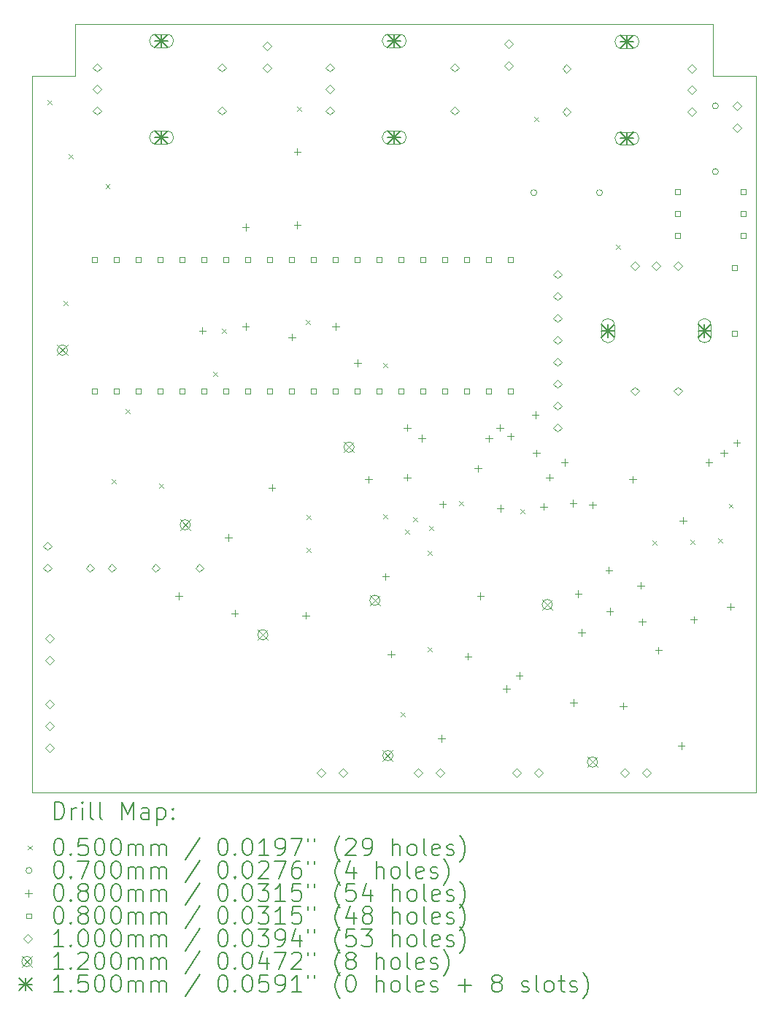
<source format=gbr>
%TF.GenerationSoftware,KiCad,Pcbnew,9.0.1*%
%TF.CreationDate,2025-05-12T14:22:14+02:00*%
%TF.ProjectId,PENDA2,50454e44-4132-42e6-9b69-6361645f7063,rev?*%
%TF.SameCoordinates,Original*%
%TF.FileFunction,Drillmap*%
%TF.FilePolarity,Positive*%
%FSLAX45Y45*%
G04 Gerber Fmt 4.5, Leading zero omitted, Abs format (unit mm)*
G04 Created by KiCad (PCBNEW 9.0.1) date 2025-05-12 14:22:14*
%MOMM*%
%LPD*%
G01*
G04 APERTURE LIST*
%ADD10C,0.050000*%
%ADD11C,0.200000*%
%ADD12C,0.100000*%
%ADD13C,0.120000*%
%ADD14C,0.150000*%
G04 APERTURE END LIST*
D10*
X4500000Y-4100000D02*
X4000000Y-4100000D01*
X12400000Y-4100000D02*
X12400000Y-12400000D01*
X4000000Y-4100000D02*
X4000000Y-12400000D01*
X4000000Y-12400000D02*
X12400000Y-12400000D01*
X12400000Y-4100000D02*
X11900000Y-4100000D01*
X4500000Y-3500000D02*
X4500000Y-4100000D01*
X11900000Y-4100000D02*
X11900000Y-3500000D01*
X11900000Y-3500000D02*
X4500000Y-3500000D01*
D11*
D12*
X4175000Y-4375000D02*
X4225000Y-4425000D01*
X4225000Y-4375000D02*
X4175000Y-4425000D01*
X4364937Y-6703338D02*
X4414937Y-6753338D01*
X4414937Y-6703338D02*
X4364937Y-6753338D01*
X4425000Y-5000000D02*
X4475000Y-5050000D01*
X4475000Y-5000000D02*
X4425000Y-5050000D01*
X4850000Y-5350000D02*
X4900000Y-5400000D01*
X4900000Y-5350000D02*
X4850000Y-5400000D01*
X4925000Y-8770000D02*
X4975000Y-8820000D01*
X4975000Y-8770000D02*
X4925000Y-8820000D01*
X5080000Y-7955000D02*
X5130000Y-8005000D01*
X5130000Y-7955000D02*
X5080000Y-8005000D01*
X5470000Y-8825000D02*
X5520000Y-8875000D01*
X5520000Y-8825000D02*
X5470000Y-8875000D01*
X6100000Y-7525000D02*
X6150000Y-7575000D01*
X6150000Y-7525000D02*
X6100000Y-7575000D01*
X6200000Y-7025000D02*
X6250000Y-7075000D01*
X6250000Y-7025000D02*
X6200000Y-7075000D01*
X7075000Y-4450000D02*
X7125000Y-4500000D01*
X7125000Y-4450000D02*
X7075000Y-4500000D01*
X7175000Y-6925000D02*
X7225000Y-6975000D01*
X7225000Y-6925000D02*
X7175000Y-6975000D01*
X7185000Y-9185000D02*
X7235000Y-9235000D01*
X7235000Y-9185000D02*
X7185000Y-9235000D01*
X7185000Y-9565000D02*
X7235000Y-9615000D01*
X7235000Y-9565000D02*
X7185000Y-9615000D01*
X8075000Y-7425000D02*
X8125000Y-7475000D01*
X8125000Y-7425000D02*
X8075000Y-7475000D01*
X8075000Y-9175000D02*
X8125000Y-9225000D01*
X8125000Y-9175000D02*
X8075000Y-9225000D01*
X8275000Y-11475000D02*
X8325000Y-11525000D01*
X8325000Y-11475000D02*
X8275000Y-11525000D01*
X8325000Y-9355000D02*
X8375000Y-9405000D01*
X8375000Y-9355000D02*
X8325000Y-9405000D01*
X8420000Y-9215000D02*
X8470000Y-9265000D01*
X8470000Y-9215000D02*
X8420000Y-9265000D01*
X8590000Y-9600000D02*
X8640000Y-9650000D01*
X8640000Y-9600000D02*
X8590000Y-9650000D01*
X8590000Y-10720000D02*
X8640000Y-10770000D01*
X8640000Y-10720000D02*
X8590000Y-10770000D01*
X8605000Y-9315000D02*
X8655000Y-9365000D01*
X8655000Y-9315000D02*
X8605000Y-9365000D01*
X8950000Y-9025000D02*
X9000000Y-9075000D01*
X9000000Y-9025000D02*
X8950000Y-9075000D01*
X9660000Y-9115000D02*
X9710000Y-9165000D01*
X9710000Y-9115000D02*
X9660000Y-9165000D01*
X9825000Y-4575000D02*
X9875000Y-4625000D01*
X9875000Y-4575000D02*
X9825000Y-4625000D01*
X10775000Y-6050000D02*
X10825000Y-6100000D01*
X10825000Y-6050000D02*
X10775000Y-6100000D01*
X11192000Y-9483000D02*
X11242000Y-9533000D01*
X11242000Y-9483000D02*
X11192000Y-9533000D01*
X11635000Y-9475000D02*
X11685000Y-9525000D01*
X11685000Y-9475000D02*
X11635000Y-9525000D01*
X11955000Y-9455000D02*
X12005000Y-9505000D01*
X12005000Y-9455000D02*
X11955000Y-9505000D01*
X12080000Y-9055000D02*
X12130000Y-9105000D01*
X12130000Y-9055000D02*
X12080000Y-9105000D01*
X9854000Y-5450000D02*
G75*
G02*
X9784000Y-5450000I-35000J0D01*
G01*
X9784000Y-5450000D02*
G75*
G02*
X9854000Y-5450000I35000J0D01*
G01*
X10616000Y-5450000D02*
G75*
G02*
X10546000Y-5450000I-35000J0D01*
G01*
X10546000Y-5450000D02*
G75*
G02*
X10616000Y-5450000I35000J0D01*
G01*
X11960000Y-4444000D02*
G75*
G02*
X11890000Y-4444000I-35000J0D01*
G01*
X11890000Y-4444000D02*
G75*
G02*
X11960000Y-4444000I35000J0D01*
G01*
X11960000Y-5206000D02*
G75*
G02*
X11890000Y-5206000I-35000J0D01*
G01*
X11890000Y-5206000D02*
G75*
G02*
X11960000Y-5206000I35000J0D01*
G01*
X5700000Y-10085000D02*
X5700000Y-10165000D01*
X5660000Y-10125000D02*
X5740000Y-10125000D01*
X5975000Y-7010000D02*
X5975000Y-7090000D01*
X5935000Y-7050000D02*
X6015000Y-7050000D01*
X6275000Y-9410000D02*
X6275000Y-9490000D01*
X6235000Y-9450000D02*
X6315000Y-9450000D01*
X6350000Y-10285000D02*
X6350000Y-10365000D01*
X6310000Y-10325000D02*
X6390000Y-10325000D01*
X6475000Y-5810000D02*
X6475000Y-5890000D01*
X6435000Y-5850000D02*
X6515000Y-5850000D01*
X6475000Y-6960000D02*
X6475000Y-7040000D01*
X6435000Y-7000000D02*
X6515000Y-7000000D01*
X6780000Y-8830000D02*
X6780000Y-8910000D01*
X6740000Y-8870000D02*
X6820000Y-8870000D01*
X7011000Y-7085000D02*
X7011000Y-7165000D01*
X6971000Y-7125000D02*
X7051000Y-7125000D01*
X7075000Y-4935000D02*
X7075000Y-5015000D01*
X7035000Y-4975000D02*
X7115000Y-4975000D01*
X7075000Y-5785000D02*
X7075000Y-5865000D01*
X7035000Y-5825000D02*
X7115000Y-5825000D01*
X7175000Y-10310000D02*
X7175000Y-10390000D01*
X7135000Y-10350000D02*
X7215000Y-10350000D01*
X7519000Y-6960000D02*
X7519000Y-7040000D01*
X7479000Y-7000000D02*
X7559000Y-7000000D01*
X7775000Y-7385000D02*
X7775000Y-7465000D01*
X7735000Y-7425000D02*
X7815000Y-7425000D01*
X7900000Y-8735000D02*
X7900000Y-8815000D01*
X7860000Y-8775000D02*
X7940000Y-8775000D01*
X8100000Y-9860000D02*
X8100000Y-9940000D01*
X8060000Y-9900000D02*
X8140000Y-9900000D01*
X8165000Y-10760000D02*
X8165000Y-10840000D01*
X8125000Y-10800000D02*
X8205000Y-10800000D01*
X8350000Y-8135000D02*
X8350000Y-8215000D01*
X8310000Y-8175000D02*
X8390000Y-8175000D01*
X8350000Y-8710000D02*
X8350000Y-8790000D01*
X8310000Y-8750000D02*
X8390000Y-8750000D01*
X8521250Y-8256250D02*
X8521250Y-8336250D01*
X8481250Y-8296250D02*
X8561250Y-8296250D01*
X8750000Y-11735000D02*
X8750000Y-11815000D01*
X8710000Y-11775000D02*
X8790000Y-11775000D01*
X8762500Y-9022500D02*
X8762500Y-9102500D01*
X8722500Y-9062500D02*
X8802500Y-9062500D01*
X9055000Y-10785000D02*
X9055000Y-10865000D01*
X9015000Y-10825000D02*
X9095000Y-10825000D01*
X9173000Y-8608000D02*
X9173000Y-8688000D01*
X9133000Y-8648000D02*
X9213000Y-8648000D01*
X9200000Y-10085000D02*
X9200000Y-10165000D01*
X9160000Y-10125000D02*
X9240000Y-10125000D01*
X9300000Y-8260000D02*
X9300000Y-8340000D01*
X9260000Y-8300000D02*
X9340000Y-8300000D01*
X9425000Y-8135000D02*
X9425000Y-8215000D01*
X9385000Y-8175000D02*
X9465000Y-8175000D01*
X9430000Y-9070000D02*
X9430000Y-9150000D01*
X9390000Y-9110000D02*
X9470000Y-9110000D01*
X9500000Y-11160000D02*
X9500000Y-11240000D01*
X9460000Y-11200000D02*
X9540000Y-11200000D01*
X9550000Y-8235000D02*
X9550000Y-8315000D01*
X9510000Y-8275000D02*
X9590000Y-8275000D01*
X9650000Y-11010000D02*
X9650000Y-11090000D01*
X9610000Y-11050000D02*
X9690000Y-11050000D01*
X9837500Y-7985000D02*
X9837500Y-8065000D01*
X9797500Y-8025000D02*
X9877500Y-8025000D01*
X9850000Y-8430000D02*
X9850000Y-8510000D01*
X9810000Y-8470000D02*
X9890000Y-8470000D01*
X9935000Y-9050000D02*
X9935000Y-9130000D01*
X9895000Y-9090000D02*
X9975000Y-9090000D01*
X10000000Y-8710000D02*
X10000000Y-8790000D01*
X9960000Y-8750000D02*
X10040000Y-8750000D01*
X10175000Y-8535000D02*
X10175000Y-8615000D01*
X10135000Y-8575000D02*
X10215000Y-8575000D01*
X10275000Y-9010000D02*
X10275000Y-9090000D01*
X10235000Y-9050000D02*
X10315000Y-9050000D01*
X10280000Y-11320000D02*
X10280000Y-11400000D01*
X10240000Y-11360000D02*
X10320000Y-11360000D01*
X10335000Y-10060000D02*
X10335000Y-10140000D01*
X10295000Y-10100000D02*
X10375000Y-10100000D01*
X10375000Y-10510000D02*
X10375000Y-10590000D01*
X10335000Y-10550000D02*
X10415000Y-10550000D01*
X10500000Y-9030000D02*
X10500000Y-9110000D01*
X10460000Y-9070000D02*
X10540000Y-9070000D01*
X10690000Y-9785000D02*
X10690000Y-9865000D01*
X10650000Y-9825000D02*
X10730000Y-9825000D01*
X10700000Y-10263750D02*
X10700000Y-10343750D01*
X10660000Y-10303750D02*
X10740000Y-10303750D01*
X10855000Y-11360000D02*
X10855000Y-11440000D01*
X10815000Y-11400000D02*
X10895000Y-11400000D01*
X10967000Y-8735000D02*
X10967000Y-8815000D01*
X10927000Y-8775000D02*
X11007000Y-8775000D01*
X11060000Y-9965000D02*
X11060000Y-10045000D01*
X11020000Y-10005000D02*
X11100000Y-10005000D01*
X11075000Y-10385000D02*
X11075000Y-10465000D01*
X11035000Y-10425000D02*
X11115000Y-10425000D01*
X11265000Y-10715000D02*
X11265000Y-10795000D01*
X11225000Y-10755000D02*
X11305000Y-10755000D01*
X11530000Y-11820000D02*
X11530000Y-11900000D01*
X11490000Y-11860000D02*
X11570000Y-11860000D01*
X11550000Y-9210000D02*
X11550000Y-9290000D01*
X11510000Y-9250000D02*
X11590000Y-9250000D01*
X11675000Y-10360000D02*
X11675000Y-10440000D01*
X11635000Y-10400000D02*
X11715000Y-10400000D01*
X11850000Y-8535000D02*
X11850000Y-8615000D01*
X11810000Y-8575000D02*
X11890000Y-8575000D01*
X12025000Y-8430000D02*
X12025000Y-8510000D01*
X11985000Y-8470000D02*
X12065000Y-8470000D01*
X12100000Y-10210000D02*
X12100000Y-10290000D01*
X12060000Y-10250000D02*
X12140000Y-10250000D01*
X12175000Y-8310000D02*
X12175000Y-8390000D01*
X12135000Y-8350000D02*
X12215000Y-8350000D01*
X4753285Y-6254284D02*
X4753285Y-6197715D01*
X4696716Y-6197715D01*
X4696716Y-6254284D01*
X4753285Y-6254284D01*
X4753285Y-7778284D02*
X4753285Y-7721715D01*
X4696716Y-7721715D01*
X4696716Y-7778284D01*
X4753285Y-7778284D01*
X5007285Y-6254284D02*
X5007285Y-6197715D01*
X4950716Y-6197715D01*
X4950716Y-6254284D01*
X5007285Y-6254284D01*
X5007285Y-7778284D02*
X5007285Y-7721715D01*
X4950716Y-7721715D01*
X4950716Y-7778284D01*
X5007285Y-7778284D01*
X5261285Y-6254284D02*
X5261285Y-6197715D01*
X5204716Y-6197715D01*
X5204716Y-6254284D01*
X5261285Y-6254284D01*
X5261285Y-7778284D02*
X5261285Y-7721715D01*
X5204716Y-7721715D01*
X5204716Y-7778284D01*
X5261285Y-7778284D01*
X5515285Y-6254284D02*
X5515285Y-6197715D01*
X5458716Y-6197715D01*
X5458716Y-6254284D01*
X5515285Y-6254284D01*
X5515285Y-7778284D02*
X5515285Y-7721715D01*
X5458716Y-7721715D01*
X5458716Y-7778284D01*
X5515285Y-7778284D01*
X5769284Y-6254284D02*
X5769284Y-6197715D01*
X5712715Y-6197715D01*
X5712715Y-6254284D01*
X5769284Y-6254284D01*
X5769284Y-7778284D02*
X5769284Y-7721715D01*
X5712715Y-7721715D01*
X5712715Y-7778284D01*
X5769284Y-7778284D01*
X6023284Y-6254284D02*
X6023284Y-6197715D01*
X5966715Y-6197715D01*
X5966715Y-6254284D01*
X6023284Y-6254284D01*
X6023284Y-7778284D02*
X6023284Y-7721715D01*
X5966715Y-7721715D01*
X5966715Y-7778284D01*
X6023284Y-7778284D01*
X6277284Y-6254284D02*
X6277284Y-6197715D01*
X6220715Y-6197715D01*
X6220715Y-6254284D01*
X6277284Y-6254284D01*
X6277284Y-7778284D02*
X6277284Y-7721715D01*
X6220715Y-7721715D01*
X6220715Y-7778284D01*
X6277284Y-7778284D01*
X6531284Y-6254284D02*
X6531284Y-6197715D01*
X6474715Y-6197715D01*
X6474715Y-6254284D01*
X6531284Y-6254284D01*
X6531284Y-7778284D02*
X6531284Y-7721715D01*
X6474715Y-7721715D01*
X6474715Y-7778284D01*
X6531284Y-7778284D01*
X6785284Y-6254284D02*
X6785284Y-6197715D01*
X6728715Y-6197715D01*
X6728715Y-6254284D01*
X6785284Y-6254284D01*
X6785284Y-7778284D02*
X6785284Y-7721715D01*
X6728715Y-7721715D01*
X6728715Y-7778284D01*
X6785284Y-7778284D01*
X7039284Y-6254284D02*
X7039284Y-6197715D01*
X6982715Y-6197715D01*
X6982715Y-6254284D01*
X7039284Y-6254284D01*
X7039284Y-7778284D02*
X7039284Y-7721715D01*
X6982715Y-7721715D01*
X6982715Y-7778284D01*
X7039284Y-7778284D01*
X7293284Y-6254284D02*
X7293284Y-6197715D01*
X7236715Y-6197715D01*
X7236715Y-6254284D01*
X7293284Y-6254284D01*
X7293284Y-7778284D02*
X7293284Y-7721715D01*
X7236715Y-7721715D01*
X7236715Y-7778284D01*
X7293284Y-7778284D01*
X7547284Y-6254284D02*
X7547284Y-6197715D01*
X7490715Y-6197715D01*
X7490715Y-6254284D01*
X7547284Y-6254284D01*
X7547284Y-7778284D02*
X7547284Y-7721715D01*
X7490715Y-7721715D01*
X7490715Y-7778284D01*
X7547284Y-7778284D01*
X7801284Y-6254284D02*
X7801284Y-6197715D01*
X7744715Y-6197715D01*
X7744715Y-6254284D01*
X7801284Y-6254284D01*
X7801284Y-7778284D02*
X7801284Y-7721715D01*
X7744715Y-7721715D01*
X7744715Y-7778284D01*
X7801284Y-7778284D01*
X8055284Y-6254284D02*
X8055284Y-6197715D01*
X7998715Y-6197715D01*
X7998715Y-6254284D01*
X8055284Y-6254284D01*
X8055284Y-7778284D02*
X8055284Y-7721715D01*
X7998715Y-7721715D01*
X7998715Y-7778284D01*
X8055284Y-7778284D01*
X8309284Y-6254284D02*
X8309284Y-6197715D01*
X8252715Y-6197715D01*
X8252715Y-6254284D01*
X8309284Y-6254284D01*
X8309284Y-7778284D02*
X8309284Y-7721715D01*
X8252715Y-7721715D01*
X8252715Y-7778284D01*
X8309284Y-7778284D01*
X8563285Y-6254284D02*
X8563285Y-6197715D01*
X8506716Y-6197715D01*
X8506716Y-6254284D01*
X8563285Y-6254284D01*
X8563285Y-7778284D02*
X8563285Y-7721715D01*
X8506716Y-7721715D01*
X8506716Y-7778284D01*
X8563285Y-7778284D01*
X8817285Y-6254284D02*
X8817285Y-6197715D01*
X8760716Y-6197715D01*
X8760716Y-6254284D01*
X8817285Y-6254284D01*
X8817285Y-7778284D02*
X8817285Y-7721715D01*
X8760716Y-7721715D01*
X8760716Y-7778284D01*
X8817285Y-7778284D01*
X9071285Y-6254284D02*
X9071285Y-6197715D01*
X9014716Y-6197715D01*
X9014716Y-6254284D01*
X9071285Y-6254284D01*
X9071285Y-7778284D02*
X9071285Y-7721715D01*
X9014716Y-7721715D01*
X9014716Y-7778284D01*
X9071285Y-7778284D01*
X9325285Y-6254284D02*
X9325285Y-6197715D01*
X9268716Y-6197715D01*
X9268716Y-6254284D01*
X9325285Y-6254284D01*
X9325285Y-7778284D02*
X9325285Y-7721715D01*
X9268716Y-7721715D01*
X9268716Y-7778284D01*
X9325285Y-7778284D01*
X9579285Y-6254284D02*
X9579285Y-6197715D01*
X9522716Y-6197715D01*
X9522716Y-6254284D01*
X9579285Y-6254284D01*
X9579285Y-7778284D02*
X9579285Y-7721715D01*
X9522716Y-7721715D01*
X9522716Y-7778284D01*
X9579285Y-7778284D01*
X11516284Y-5470285D02*
X11516284Y-5413716D01*
X11459715Y-5413716D01*
X11459715Y-5470285D01*
X11516284Y-5470285D01*
X11516284Y-5724284D02*
X11516284Y-5667715D01*
X11459715Y-5667715D01*
X11459715Y-5724284D01*
X11516284Y-5724284D01*
X11516284Y-5978284D02*
X11516284Y-5921715D01*
X11459715Y-5921715D01*
X11459715Y-5978284D01*
X11516284Y-5978284D01*
X12178284Y-6347284D02*
X12178284Y-6290715D01*
X12121715Y-6290715D01*
X12121715Y-6347284D01*
X12178284Y-6347284D01*
X12178284Y-7109284D02*
X12178284Y-7052715D01*
X12121715Y-7052715D01*
X12121715Y-7109284D01*
X12178284Y-7109284D01*
X12278284Y-5470285D02*
X12278284Y-5413716D01*
X12221715Y-5413716D01*
X12221715Y-5470285D01*
X12278284Y-5470285D01*
X12278284Y-5724284D02*
X12278284Y-5667715D01*
X12221715Y-5667715D01*
X12221715Y-5724284D01*
X12278284Y-5724284D01*
X12278284Y-5978284D02*
X12278284Y-5921715D01*
X12221715Y-5921715D01*
X12221715Y-5978284D01*
X12278284Y-5978284D01*
X4175000Y-9596000D02*
X4225000Y-9546000D01*
X4175000Y-9496000D01*
X4125000Y-9546000D01*
X4175000Y-9596000D01*
X4175000Y-9850000D02*
X4225000Y-9800000D01*
X4175000Y-9750000D01*
X4125000Y-9800000D01*
X4175000Y-9850000D01*
X4198750Y-10668750D02*
X4248750Y-10618750D01*
X4198750Y-10568750D01*
X4148750Y-10618750D01*
X4198750Y-10668750D01*
X4198750Y-10922750D02*
X4248750Y-10872750D01*
X4198750Y-10822750D01*
X4148750Y-10872750D01*
X4198750Y-10922750D01*
X4198750Y-11430750D02*
X4248750Y-11380750D01*
X4198750Y-11330750D01*
X4148750Y-11380750D01*
X4198750Y-11430750D01*
X4198750Y-11684750D02*
X4248750Y-11634750D01*
X4198750Y-11584750D01*
X4148750Y-11634750D01*
X4198750Y-11684750D01*
X4198750Y-11938750D02*
X4248750Y-11888750D01*
X4198750Y-11838750D01*
X4148750Y-11888750D01*
X4198750Y-11938750D01*
X4671000Y-9850000D02*
X4721000Y-9800000D01*
X4671000Y-9750000D01*
X4621000Y-9800000D01*
X4671000Y-9850000D01*
X4750000Y-4050000D02*
X4800000Y-4000000D01*
X4750000Y-3950000D01*
X4700000Y-4000000D01*
X4750000Y-4050000D01*
X4750000Y-4300000D02*
X4800000Y-4250000D01*
X4750000Y-4200000D01*
X4700000Y-4250000D01*
X4750000Y-4300000D01*
X4750000Y-4550000D02*
X4800000Y-4500000D01*
X4750000Y-4450000D01*
X4700000Y-4500000D01*
X4750000Y-4550000D01*
X4925000Y-9850000D02*
X4975000Y-9800000D01*
X4925000Y-9750000D01*
X4875000Y-9800000D01*
X4925000Y-9850000D01*
X5433000Y-9850000D02*
X5483000Y-9800000D01*
X5433000Y-9750000D01*
X5383000Y-9800000D01*
X5433000Y-9850000D01*
X5941000Y-9850000D02*
X5991000Y-9800000D01*
X5941000Y-9750000D01*
X5891000Y-9800000D01*
X5941000Y-9850000D01*
X6200000Y-4050000D02*
X6250000Y-4000000D01*
X6200000Y-3950000D01*
X6150000Y-4000000D01*
X6200000Y-4050000D01*
X6200000Y-4550000D02*
X6250000Y-4500000D01*
X6200000Y-4450000D01*
X6150000Y-4500000D01*
X6200000Y-4550000D01*
X6725000Y-3798500D02*
X6775000Y-3748500D01*
X6725000Y-3698500D01*
X6675000Y-3748500D01*
X6725000Y-3798500D01*
X6725000Y-4052500D02*
X6775000Y-4002500D01*
X6725000Y-3952500D01*
X6675000Y-4002500D01*
X6725000Y-4052500D01*
X7348500Y-12225000D02*
X7398500Y-12175000D01*
X7348500Y-12125000D01*
X7298500Y-12175000D01*
X7348500Y-12225000D01*
X7450000Y-4050000D02*
X7500000Y-4000000D01*
X7450000Y-3950000D01*
X7400000Y-4000000D01*
X7450000Y-4050000D01*
X7450000Y-4300000D02*
X7500000Y-4250000D01*
X7450000Y-4200000D01*
X7400000Y-4250000D01*
X7450000Y-4300000D01*
X7450000Y-4550000D02*
X7500000Y-4500000D01*
X7450000Y-4450000D01*
X7400000Y-4500000D01*
X7450000Y-4550000D01*
X7602500Y-12225000D02*
X7652500Y-12175000D01*
X7602500Y-12125000D01*
X7552500Y-12175000D01*
X7602500Y-12225000D01*
X8475000Y-12225000D02*
X8525000Y-12175000D01*
X8475000Y-12125000D01*
X8425000Y-12175000D01*
X8475000Y-12225000D01*
X8729000Y-12225000D02*
X8779000Y-12175000D01*
X8729000Y-12125000D01*
X8679000Y-12175000D01*
X8729000Y-12225000D01*
X8900000Y-4050000D02*
X8950000Y-4000000D01*
X8900000Y-3950000D01*
X8850000Y-4000000D01*
X8900000Y-4050000D01*
X8900000Y-4550000D02*
X8950000Y-4500000D01*
X8900000Y-4450000D01*
X8850000Y-4500000D01*
X8900000Y-4550000D01*
X9525000Y-3773500D02*
X9575000Y-3723500D01*
X9525000Y-3673500D01*
X9475000Y-3723500D01*
X9525000Y-3773500D01*
X9525000Y-4027500D02*
X9575000Y-3977500D01*
X9525000Y-3927500D01*
X9475000Y-3977500D01*
X9525000Y-4027500D01*
X9623500Y-12225000D02*
X9673500Y-12175000D01*
X9623500Y-12125000D01*
X9573500Y-12175000D01*
X9623500Y-12225000D01*
X9877500Y-12225000D02*
X9927500Y-12175000D01*
X9877500Y-12125000D01*
X9827500Y-12175000D01*
X9877500Y-12225000D01*
X10097500Y-6446000D02*
X10147500Y-6396000D01*
X10097500Y-6346000D01*
X10047500Y-6396000D01*
X10097500Y-6446000D01*
X10097500Y-6700000D02*
X10147500Y-6650000D01*
X10097500Y-6600000D01*
X10047500Y-6650000D01*
X10097500Y-6700000D01*
X10097500Y-6954000D02*
X10147500Y-6904000D01*
X10097500Y-6854000D01*
X10047500Y-6904000D01*
X10097500Y-6954000D01*
X10097500Y-7208000D02*
X10147500Y-7158000D01*
X10097500Y-7108000D01*
X10047500Y-7158000D01*
X10097500Y-7208000D01*
X10097500Y-7462000D02*
X10147500Y-7412000D01*
X10097500Y-7362000D01*
X10047500Y-7412000D01*
X10097500Y-7462000D01*
X10097500Y-7716000D02*
X10147500Y-7666000D01*
X10097500Y-7616000D01*
X10047500Y-7666000D01*
X10097500Y-7716000D01*
X10097500Y-7970000D02*
X10147500Y-7920000D01*
X10097500Y-7870000D01*
X10047500Y-7920000D01*
X10097500Y-7970000D01*
X10097500Y-8224000D02*
X10147500Y-8174000D01*
X10097500Y-8124000D01*
X10047500Y-8174000D01*
X10097500Y-8224000D01*
X10200000Y-4060000D02*
X10250000Y-4010000D01*
X10200000Y-3960000D01*
X10150000Y-4010000D01*
X10200000Y-4060000D01*
X10200000Y-4560000D02*
X10250000Y-4510000D01*
X10200000Y-4460000D01*
X10150000Y-4510000D01*
X10200000Y-4560000D01*
X10873500Y-12225000D02*
X10923500Y-12175000D01*
X10873500Y-12125000D01*
X10823500Y-12175000D01*
X10873500Y-12225000D01*
X10990000Y-6350000D02*
X11040000Y-6300000D01*
X10990000Y-6250000D01*
X10940000Y-6300000D01*
X10990000Y-6350000D01*
X10990000Y-7800000D02*
X11040000Y-7750000D01*
X10990000Y-7700000D01*
X10940000Y-7750000D01*
X10990000Y-7800000D01*
X11127500Y-12225000D02*
X11177500Y-12175000D01*
X11127500Y-12125000D01*
X11077500Y-12175000D01*
X11127500Y-12225000D01*
X11240000Y-6350000D02*
X11290000Y-6300000D01*
X11240000Y-6250000D01*
X11190000Y-6300000D01*
X11240000Y-6350000D01*
X11490000Y-6350000D02*
X11540000Y-6300000D01*
X11490000Y-6250000D01*
X11440000Y-6300000D01*
X11490000Y-6350000D01*
X11490000Y-7800000D02*
X11540000Y-7750000D01*
X11490000Y-7700000D01*
X11440000Y-7750000D01*
X11490000Y-7800000D01*
X11650000Y-4060000D02*
X11700000Y-4010000D01*
X11650000Y-3960000D01*
X11600000Y-4010000D01*
X11650000Y-4060000D01*
X11650000Y-4310000D02*
X11700000Y-4260000D01*
X11650000Y-4210000D01*
X11600000Y-4260000D01*
X11650000Y-4310000D01*
X11650000Y-4560000D02*
X11700000Y-4510000D01*
X11650000Y-4460000D01*
X11600000Y-4510000D01*
X11650000Y-4560000D01*
X12175000Y-4497500D02*
X12225000Y-4447500D01*
X12175000Y-4397500D01*
X12125000Y-4447500D01*
X12175000Y-4497500D01*
X12175000Y-4751500D02*
X12225000Y-4701500D01*
X12175000Y-4651500D01*
X12125000Y-4701500D01*
X12175000Y-4751500D01*
D13*
X4290000Y-7215000D02*
X4410000Y-7335000D01*
X4410000Y-7215000D02*
X4290000Y-7335000D01*
X4410000Y-7275000D02*
G75*
G02*
X4290000Y-7275000I-60000J0D01*
G01*
X4290000Y-7275000D02*
G75*
G02*
X4410000Y-7275000I60000J0D01*
G01*
X5715000Y-9240000D02*
X5835000Y-9360000D01*
X5835000Y-9240000D02*
X5715000Y-9360000D01*
X5835000Y-9300000D02*
G75*
G02*
X5715000Y-9300000I-60000J0D01*
G01*
X5715000Y-9300000D02*
G75*
G02*
X5835000Y-9300000I60000J0D01*
G01*
X6615000Y-10515000D02*
X6735000Y-10635000D01*
X6735000Y-10515000D02*
X6615000Y-10635000D01*
X6735000Y-10575000D02*
G75*
G02*
X6615000Y-10575000I-60000J0D01*
G01*
X6615000Y-10575000D02*
G75*
G02*
X6735000Y-10575000I60000J0D01*
G01*
X7615000Y-8340000D02*
X7735000Y-8460000D01*
X7735000Y-8340000D02*
X7615000Y-8460000D01*
X7735000Y-8400000D02*
G75*
G02*
X7615000Y-8400000I-60000J0D01*
G01*
X7615000Y-8400000D02*
G75*
G02*
X7735000Y-8400000I60000J0D01*
G01*
X7915000Y-10115000D02*
X8035000Y-10235000D01*
X8035000Y-10115000D02*
X7915000Y-10235000D01*
X8035000Y-10175000D02*
G75*
G02*
X7915000Y-10175000I-60000J0D01*
G01*
X7915000Y-10175000D02*
G75*
G02*
X8035000Y-10175000I60000J0D01*
G01*
X8065000Y-11915000D02*
X8185000Y-12035000D01*
X8185000Y-11915000D02*
X8065000Y-12035000D01*
X8185000Y-11975000D02*
G75*
G02*
X8065000Y-11975000I-60000J0D01*
G01*
X8065000Y-11975000D02*
G75*
G02*
X8185000Y-11975000I60000J0D01*
G01*
X9915000Y-10165000D02*
X10035000Y-10285000D01*
X10035000Y-10165000D02*
X9915000Y-10285000D01*
X10035000Y-10225000D02*
G75*
G02*
X9915000Y-10225000I-60000J0D01*
G01*
X9915000Y-10225000D02*
G75*
G02*
X10035000Y-10225000I60000J0D01*
G01*
X10440000Y-11990000D02*
X10560000Y-12110000D01*
X10560000Y-11990000D02*
X10440000Y-12110000D01*
X10560000Y-12050000D02*
G75*
G02*
X10440000Y-12050000I-60000J0D01*
G01*
X10440000Y-12050000D02*
G75*
G02*
X10560000Y-12050000I60000J0D01*
G01*
D14*
X5425000Y-3615000D02*
X5575000Y-3765000D01*
X5575000Y-3615000D02*
X5425000Y-3765000D01*
X5500000Y-3615000D02*
X5500000Y-3765000D01*
X5425000Y-3690000D02*
X5575000Y-3690000D01*
D12*
X5435000Y-3765000D02*
X5565000Y-3765000D01*
X5565000Y-3615000D02*
G75*
G02*
X5565000Y-3765000I0J-75000D01*
G01*
X5565000Y-3615000D02*
X5435000Y-3615000D01*
X5435000Y-3615000D02*
G75*
G03*
X5435000Y-3765000I0J-75000D01*
G01*
D14*
X5425000Y-4735000D02*
X5575000Y-4885000D01*
X5575000Y-4735000D02*
X5425000Y-4885000D01*
X5500000Y-4735000D02*
X5500000Y-4885000D01*
X5425000Y-4810000D02*
X5575000Y-4810000D01*
D12*
X5435000Y-4885000D02*
X5565000Y-4885000D01*
X5565000Y-4735000D02*
G75*
G02*
X5565000Y-4885000I0J-75000D01*
G01*
X5565000Y-4735000D02*
X5435000Y-4735000D01*
X5435000Y-4735000D02*
G75*
G03*
X5435000Y-4885000I0J-75000D01*
G01*
D14*
X8125000Y-3615000D02*
X8275000Y-3765000D01*
X8275000Y-3615000D02*
X8125000Y-3765000D01*
X8200000Y-3615000D02*
X8200000Y-3765000D01*
X8125000Y-3690000D02*
X8275000Y-3690000D01*
D12*
X8135000Y-3765000D02*
X8265000Y-3765000D01*
X8265000Y-3615000D02*
G75*
G02*
X8265000Y-3765000I0J-75000D01*
G01*
X8265000Y-3615000D02*
X8135000Y-3615000D01*
X8135000Y-3615000D02*
G75*
G03*
X8135000Y-3765000I0J-75000D01*
G01*
D14*
X8125000Y-4735000D02*
X8275000Y-4885000D01*
X8275000Y-4735000D02*
X8125000Y-4885000D01*
X8200000Y-4735000D02*
X8200000Y-4885000D01*
X8125000Y-4810000D02*
X8275000Y-4810000D01*
D12*
X8135000Y-4885000D02*
X8265000Y-4885000D01*
X8265000Y-4735000D02*
G75*
G02*
X8265000Y-4885000I0J-75000D01*
G01*
X8265000Y-4735000D02*
X8135000Y-4735000D01*
X8135000Y-4735000D02*
G75*
G03*
X8135000Y-4885000I0J-75000D01*
G01*
D14*
X10605000Y-6975000D02*
X10755000Y-7125000D01*
X10755000Y-6975000D02*
X10605000Y-7125000D01*
X10680000Y-6975000D02*
X10680000Y-7125000D01*
X10605000Y-7050000D02*
X10755000Y-7050000D01*
D12*
X10605000Y-6985000D02*
X10605000Y-7115000D01*
X10755000Y-7115000D02*
G75*
G02*
X10605000Y-7115000I-75000J0D01*
G01*
X10755000Y-7115000D02*
X10755000Y-6985000D01*
X10755000Y-6985000D02*
G75*
G03*
X10605000Y-6985000I-75000J0D01*
G01*
D14*
X10825000Y-3625000D02*
X10975000Y-3775000D01*
X10975000Y-3625000D02*
X10825000Y-3775000D01*
X10900000Y-3625000D02*
X10900000Y-3775000D01*
X10825000Y-3700000D02*
X10975000Y-3700000D01*
D12*
X10965000Y-3625000D02*
X10835000Y-3625000D01*
X10835000Y-3775000D02*
G75*
G02*
X10835000Y-3625000I0J75000D01*
G01*
X10835000Y-3775000D02*
X10965000Y-3775000D01*
X10965000Y-3775000D02*
G75*
G03*
X10965000Y-3625000I0J75000D01*
G01*
D14*
X10825000Y-4745000D02*
X10975000Y-4895000D01*
X10975000Y-4745000D02*
X10825000Y-4895000D01*
X10900000Y-4745000D02*
X10900000Y-4895000D01*
X10825000Y-4820000D02*
X10975000Y-4820000D01*
D12*
X10965000Y-4745000D02*
X10835000Y-4745000D01*
X10835000Y-4895000D02*
G75*
G02*
X10835000Y-4745000I0J75000D01*
G01*
X10835000Y-4895000D02*
X10965000Y-4895000D01*
X10965000Y-4895000D02*
G75*
G03*
X10965000Y-4745000I0J75000D01*
G01*
D14*
X11725000Y-6975000D02*
X11875000Y-7125000D01*
X11875000Y-6975000D02*
X11725000Y-7125000D01*
X11800000Y-6975000D02*
X11800000Y-7125000D01*
X11725000Y-7050000D02*
X11875000Y-7050000D01*
D12*
X11725000Y-6985000D02*
X11725000Y-7115000D01*
X11875000Y-7115000D02*
G75*
G02*
X11725000Y-7115000I-75000J0D01*
G01*
X11875000Y-7115000D02*
X11875000Y-6985000D01*
X11875000Y-6985000D02*
G75*
G03*
X11725000Y-6985000I-75000J0D01*
G01*
D11*
X4258277Y-12713984D02*
X4258277Y-12513984D01*
X4258277Y-12513984D02*
X4305896Y-12513984D01*
X4305896Y-12513984D02*
X4334467Y-12523508D01*
X4334467Y-12523508D02*
X4353515Y-12542555D01*
X4353515Y-12542555D02*
X4363039Y-12561603D01*
X4363039Y-12561603D02*
X4372563Y-12599698D01*
X4372563Y-12599698D02*
X4372563Y-12628269D01*
X4372563Y-12628269D02*
X4363039Y-12666365D01*
X4363039Y-12666365D02*
X4353515Y-12685412D01*
X4353515Y-12685412D02*
X4334467Y-12704460D01*
X4334467Y-12704460D02*
X4305896Y-12713984D01*
X4305896Y-12713984D02*
X4258277Y-12713984D01*
X4458277Y-12713984D02*
X4458277Y-12580650D01*
X4458277Y-12618746D02*
X4467801Y-12599698D01*
X4467801Y-12599698D02*
X4477324Y-12590174D01*
X4477324Y-12590174D02*
X4496372Y-12580650D01*
X4496372Y-12580650D02*
X4515420Y-12580650D01*
X4582086Y-12713984D02*
X4582086Y-12580650D01*
X4582086Y-12513984D02*
X4572563Y-12523508D01*
X4572563Y-12523508D02*
X4582086Y-12533031D01*
X4582086Y-12533031D02*
X4591610Y-12523508D01*
X4591610Y-12523508D02*
X4582086Y-12513984D01*
X4582086Y-12513984D02*
X4582086Y-12533031D01*
X4705896Y-12713984D02*
X4686848Y-12704460D01*
X4686848Y-12704460D02*
X4677324Y-12685412D01*
X4677324Y-12685412D02*
X4677324Y-12513984D01*
X4810658Y-12713984D02*
X4791610Y-12704460D01*
X4791610Y-12704460D02*
X4782086Y-12685412D01*
X4782086Y-12685412D02*
X4782086Y-12513984D01*
X5039229Y-12713984D02*
X5039229Y-12513984D01*
X5039229Y-12513984D02*
X5105896Y-12656841D01*
X5105896Y-12656841D02*
X5172563Y-12513984D01*
X5172563Y-12513984D02*
X5172563Y-12713984D01*
X5353515Y-12713984D02*
X5353515Y-12609222D01*
X5353515Y-12609222D02*
X5343991Y-12590174D01*
X5343991Y-12590174D02*
X5324944Y-12580650D01*
X5324944Y-12580650D02*
X5286848Y-12580650D01*
X5286848Y-12580650D02*
X5267801Y-12590174D01*
X5353515Y-12704460D02*
X5334467Y-12713984D01*
X5334467Y-12713984D02*
X5286848Y-12713984D01*
X5286848Y-12713984D02*
X5267801Y-12704460D01*
X5267801Y-12704460D02*
X5258277Y-12685412D01*
X5258277Y-12685412D02*
X5258277Y-12666365D01*
X5258277Y-12666365D02*
X5267801Y-12647317D01*
X5267801Y-12647317D02*
X5286848Y-12637793D01*
X5286848Y-12637793D02*
X5334467Y-12637793D01*
X5334467Y-12637793D02*
X5353515Y-12628269D01*
X5448753Y-12580650D02*
X5448753Y-12780650D01*
X5448753Y-12590174D02*
X5467801Y-12580650D01*
X5467801Y-12580650D02*
X5505896Y-12580650D01*
X5505896Y-12580650D02*
X5524944Y-12590174D01*
X5524944Y-12590174D02*
X5534467Y-12599698D01*
X5534467Y-12599698D02*
X5543991Y-12618746D01*
X5543991Y-12618746D02*
X5543991Y-12675888D01*
X5543991Y-12675888D02*
X5534467Y-12694936D01*
X5534467Y-12694936D02*
X5524944Y-12704460D01*
X5524944Y-12704460D02*
X5505896Y-12713984D01*
X5505896Y-12713984D02*
X5467801Y-12713984D01*
X5467801Y-12713984D02*
X5448753Y-12704460D01*
X5629705Y-12694936D02*
X5639229Y-12704460D01*
X5639229Y-12704460D02*
X5629705Y-12713984D01*
X5629705Y-12713984D02*
X5620182Y-12704460D01*
X5620182Y-12704460D02*
X5629705Y-12694936D01*
X5629705Y-12694936D02*
X5629705Y-12713984D01*
X5629705Y-12590174D02*
X5639229Y-12599698D01*
X5639229Y-12599698D02*
X5629705Y-12609222D01*
X5629705Y-12609222D02*
X5620182Y-12599698D01*
X5620182Y-12599698D02*
X5629705Y-12590174D01*
X5629705Y-12590174D02*
X5629705Y-12609222D01*
D12*
X3947500Y-13017500D02*
X3997500Y-13067500D01*
X3997500Y-13017500D02*
X3947500Y-13067500D01*
D11*
X4296372Y-12933984D02*
X4315420Y-12933984D01*
X4315420Y-12933984D02*
X4334467Y-12943508D01*
X4334467Y-12943508D02*
X4343991Y-12953031D01*
X4343991Y-12953031D02*
X4353515Y-12972079D01*
X4353515Y-12972079D02*
X4363039Y-13010174D01*
X4363039Y-13010174D02*
X4363039Y-13057793D01*
X4363039Y-13057793D02*
X4353515Y-13095888D01*
X4353515Y-13095888D02*
X4343991Y-13114936D01*
X4343991Y-13114936D02*
X4334467Y-13124460D01*
X4334467Y-13124460D02*
X4315420Y-13133984D01*
X4315420Y-13133984D02*
X4296372Y-13133984D01*
X4296372Y-13133984D02*
X4277324Y-13124460D01*
X4277324Y-13124460D02*
X4267801Y-13114936D01*
X4267801Y-13114936D02*
X4258277Y-13095888D01*
X4258277Y-13095888D02*
X4248753Y-13057793D01*
X4248753Y-13057793D02*
X4248753Y-13010174D01*
X4248753Y-13010174D02*
X4258277Y-12972079D01*
X4258277Y-12972079D02*
X4267801Y-12953031D01*
X4267801Y-12953031D02*
X4277324Y-12943508D01*
X4277324Y-12943508D02*
X4296372Y-12933984D01*
X4448753Y-13114936D02*
X4458277Y-13124460D01*
X4458277Y-13124460D02*
X4448753Y-13133984D01*
X4448753Y-13133984D02*
X4439229Y-13124460D01*
X4439229Y-13124460D02*
X4448753Y-13114936D01*
X4448753Y-13114936D02*
X4448753Y-13133984D01*
X4639229Y-12933984D02*
X4543991Y-12933984D01*
X4543991Y-12933984D02*
X4534467Y-13029222D01*
X4534467Y-13029222D02*
X4543991Y-13019698D01*
X4543991Y-13019698D02*
X4563039Y-13010174D01*
X4563039Y-13010174D02*
X4610658Y-13010174D01*
X4610658Y-13010174D02*
X4629705Y-13019698D01*
X4629705Y-13019698D02*
X4639229Y-13029222D01*
X4639229Y-13029222D02*
X4648753Y-13048269D01*
X4648753Y-13048269D02*
X4648753Y-13095888D01*
X4648753Y-13095888D02*
X4639229Y-13114936D01*
X4639229Y-13114936D02*
X4629705Y-13124460D01*
X4629705Y-13124460D02*
X4610658Y-13133984D01*
X4610658Y-13133984D02*
X4563039Y-13133984D01*
X4563039Y-13133984D02*
X4543991Y-13124460D01*
X4543991Y-13124460D02*
X4534467Y-13114936D01*
X4772563Y-12933984D02*
X4791610Y-12933984D01*
X4791610Y-12933984D02*
X4810658Y-12943508D01*
X4810658Y-12943508D02*
X4820182Y-12953031D01*
X4820182Y-12953031D02*
X4829705Y-12972079D01*
X4829705Y-12972079D02*
X4839229Y-13010174D01*
X4839229Y-13010174D02*
X4839229Y-13057793D01*
X4839229Y-13057793D02*
X4829705Y-13095888D01*
X4829705Y-13095888D02*
X4820182Y-13114936D01*
X4820182Y-13114936D02*
X4810658Y-13124460D01*
X4810658Y-13124460D02*
X4791610Y-13133984D01*
X4791610Y-13133984D02*
X4772563Y-13133984D01*
X4772563Y-13133984D02*
X4753515Y-13124460D01*
X4753515Y-13124460D02*
X4743991Y-13114936D01*
X4743991Y-13114936D02*
X4734467Y-13095888D01*
X4734467Y-13095888D02*
X4724944Y-13057793D01*
X4724944Y-13057793D02*
X4724944Y-13010174D01*
X4724944Y-13010174D02*
X4734467Y-12972079D01*
X4734467Y-12972079D02*
X4743991Y-12953031D01*
X4743991Y-12953031D02*
X4753515Y-12943508D01*
X4753515Y-12943508D02*
X4772563Y-12933984D01*
X4963039Y-12933984D02*
X4982086Y-12933984D01*
X4982086Y-12933984D02*
X5001134Y-12943508D01*
X5001134Y-12943508D02*
X5010658Y-12953031D01*
X5010658Y-12953031D02*
X5020182Y-12972079D01*
X5020182Y-12972079D02*
X5029705Y-13010174D01*
X5029705Y-13010174D02*
X5029705Y-13057793D01*
X5029705Y-13057793D02*
X5020182Y-13095888D01*
X5020182Y-13095888D02*
X5010658Y-13114936D01*
X5010658Y-13114936D02*
X5001134Y-13124460D01*
X5001134Y-13124460D02*
X4982086Y-13133984D01*
X4982086Y-13133984D02*
X4963039Y-13133984D01*
X4963039Y-13133984D02*
X4943991Y-13124460D01*
X4943991Y-13124460D02*
X4934467Y-13114936D01*
X4934467Y-13114936D02*
X4924944Y-13095888D01*
X4924944Y-13095888D02*
X4915420Y-13057793D01*
X4915420Y-13057793D02*
X4915420Y-13010174D01*
X4915420Y-13010174D02*
X4924944Y-12972079D01*
X4924944Y-12972079D02*
X4934467Y-12953031D01*
X4934467Y-12953031D02*
X4943991Y-12943508D01*
X4943991Y-12943508D02*
X4963039Y-12933984D01*
X5115420Y-13133984D02*
X5115420Y-13000650D01*
X5115420Y-13019698D02*
X5124944Y-13010174D01*
X5124944Y-13010174D02*
X5143991Y-13000650D01*
X5143991Y-13000650D02*
X5172563Y-13000650D01*
X5172563Y-13000650D02*
X5191610Y-13010174D01*
X5191610Y-13010174D02*
X5201134Y-13029222D01*
X5201134Y-13029222D02*
X5201134Y-13133984D01*
X5201134Y-13029222D02*
X5210658Y-13010174D01*
X5210658Y-13010174D02*
X5229705Y-13000650D01*
X5229705Y-13000650D02*
X5258277Y-13000650D01*
X5258277Y-13000650D02*
X5277325Y-13010174D01*
X5277325Y-13010174D02*
X5286848Y-13029222D01*
X5286848Y-13029222D02*
X5286848Y-13133984D01*
X5382086Y-13133984D02*
X5382086Y-13000650D01*
X5382086Y-13019698D02*
X5391610Y-13010174D01*
X5391610Y-13010174D02*
X5410658Y-13000650D01*
X5410658Y-13000650D02*
X5439229Y-13000650D01*
X5439229Y-13000650D02*
X5458277Y-13010174D01*
X5458277Y-13010174D02*
X5467801Y-13029222D01*
X5467801Y-13029222D02*
X5467801Y-13133984D01*
X5467801Y-13029222D02*
X5477325Y-13010174D01*
X5477325Y-13010174D02*
X5496372Y-13000650D01*
X5496372Y-13000650D02*
X5524944Y-13000650D01*
X5524944Y-13000650D02*
X5543991Y-13010174D01*
X5543991Y-13010174D02*
X5553515Y-13029222D01*
X5553515Y-13029222D02*
X5553515Y-13133984D01*
X5943991Y-12924460D02*
X5772563Y-13181603D01*
X6201134Y-12933984D02*
X6220182Y-12933984D01*
X6220182Y-12933984D02*
X6239229Y-12943508D01*
X6239229Y-12943508D02*
X6248753Y-12953031D01*
X6248753Y-12953031D02*
X6258277Y-12972079D01*
X6258277Y-12972079D02*
X6267801Y-13010174D01*
X6267801Y-13010174D02*
X6267801Y-13057793D01*
X6267801Y-13057793D02*
X6258277Y-13095888D01*
X6258277Y-13095888D02*
X6248753Y-13114936D01*
X6248753Y-13114936D02*
X6239229Y-13124460D01*
X6239229Y-13124460D02*
X6220182Y-13133984D01*
X6220182Y-13133984D02*
X6201134Y-13133984D01*
X6201134Y-13133984D02*
X6182086Y-13124460D01*
X6182086Y-13124460D02*
X6172563Y-13114936D01*
X6172563Y-13114936D02*
X6163039Y-13095888D01*
X6163039Y-13095888D02*
X6153515Y-13057793D01*
X6153515Y-13057793D02*
X6153515Y-13010174D01*
X6153515Y-13010174D02*
X6163039Y-12972079D01*
X6163039Y-12972079D02*
X6172563Y-12953031D01*
X6172563Y-12953031D02*
X6182086Y-12943508D01*
X6182086Y-12943508D02*
X6201134Y-12933984D01*
X6353515Y-13114936D02*
X6363039Y-13124460D01*
X6363039Y-13124460D02*
X6353515Y-13133984D01*
X6353515Y-13133984D02*
X6343991Y-13124460D01*
X6343991Y-13124460D02*
X6353515Y-13114936D01*
X6353515Y-13114936D02*
X6353515Y-13133984D01*
X6486848Y-12933984D02*
X6505896Y-12933984D01*
X6505896Y-12933984D02*
X6524944Y-12943508D01*
X6524944Y-12943508D02*
X6534467Y-12953031D01*
X6534467Y-12953031D02*
X6543991Y-12972079D01*
X6543991Y-12972079D02*
X6553515Y-13010174D01*
X6553515Y-13010174D02*
X6553515Y-13057793D01*
X6553515Y-13057793D02*
X6543991Y-13095888D01*
X6543991Y-13095888D02*
X6534467Y-13114936D01*
X6534467Y-13114936D02*
X6524944Y-13124460D01*
X6524944Y-13124460D02*
X6505896Y-13133984D01*
X6505896Y-13133984D02*
X6486848Y-13133984D01*
X6486848Y-13133984D02*
X6467801Y-13124460D01*
X6467801Y-13124460D02*
X6458277Y-13114936D01*
X6458277Y-13114936D02*
X6448753Y-13095888D01*
X6448753Y-13095888D02*
X6439229Y-13057793D01*
X6439229Y-13057793D02*
X6439229Y-13010174D01*
X6439229Y-13010174D02*
X6448753Y-12972079D01*
X6448753Y-12972079D02*
X6458277Y-12953031D01*
X6458277Y-12953031D02*
X6467801Y-12943508D01*
X6467801Y-12943508D02*
X6486848Y-12933984D01*
X6743991Y-13133984D02*
X6629706Y-13133984D01*
X6686848Y-13133984D02*
X6686848Y-12933984D01*
X6686848Y-12933984D02*
X6667801Y-12962555D01*
X6667801Y-12962555D02*
X6648753Y-12981603D01*
X6648753Y-12981603D02*
X6629706Y-12991127D01*
X6839229Y-13133984D02*
X6877325Y-13133984D01*
X6877325Y-13133984D02*
X6896372Y-13124460D01*
X6896372Y-13124460D02*
X6905896Y-13114936D01*
X6905896Y-13114936D02*
X6924944Y-13086365D01*
X6924944Y-13086365D02*
X6934467Y-13048269D01*
X6934467Y-13048269D02*
X6934467Y-12972079D01*
X6934467Y-12972079D02*
X6924944Y-12953031D01*
X6924944Y-12953031D02*
X6915420Y-12943508D01*
X6915420Y-12943508D02*
X6896372Y-12933984D01*
X6896372Y-12933984D02*
X6858277Y-12933984D01*
X6858277Y-12933984D02*
X6839229Y-12943508D01*
X6839229Y-12943508D02*
X6829706Y-12953031D01*
X6829706Y-12953031D02*
X6820182Y-12972079D01*
X6820182Y-12972079D02*
X6820182Y-13019698D01*
X6820182Y-13019698D02*
X6829706Y-13038746D01*
X6829706Y-13038746D02*
X6839229Y-13048269D01*
X6839229Y-13048269D02*
X6858277Y-13057793D01*
X6858277Y-13057793D02*
X6896372Y-13057793D01*
X6896372Y-13057793D02*
X6915420Y-13048269D01*
X6915420Y-13048269D02*
X6924944Y-13038746D01*
X6924944Y-13038746D02*
X6934467Y-13019698D01*
X7001134Y-12933984D02*
X7134467Y-12933984D01*
X7134467Y-12933984D02*
X7048753Y-13133984D01*
X7201134Y-12933984D02*
X7201134Y-12972079D01*
X7277325Y-12933984D02*
X7277325Y-12972079D01*
X7572563Y-13210174D02*
X7563039Y-13200650D01*
X7563039Y-13200650D02*
X7543991Y-13172079D01*
X7543991Y-13172079D02*
X7534468Y-13153031D01*
X7534468Y-13153031D02*
X7524944Y-13124460D01*
X7524944Y-13124460D02*
X7515420Y-13076841D01*
X7515420Y-13076841D02*
X7515420Y-13038746D01*
X7515420Y-13038746D02*
X7524944Y-12991127D01*
X7524944Y-12991127D02*
X7534468Y-12962555D01*
X7534468Y-12962555D02*
X7543991Y-12943508D01*
X7543991Y-12943508D02*
X7563039Y-12914936D01*
X7563039Y-12914936D02*
X7572563Y-12905412D01*
X7639229Y-12953031D02*
X7648753Y-12943508D01*
X7648753Y-12943508D02*
X7667801Y-12933984D01*
X7667801Y-12933984D02*
X7715420Y-12933984D01*
X7715420Y-12933984D02*
X7734468Y-12943508D01*
X7734468Y-12943508D02*
X7743991Y-12953031D01*
X7743991Y-12953031D02*
X7753515Y-12972079D01*
X7753515Y-12972079D02*
X7753515Y-12991127D01*
X7753515Y-12991127D02*
X7743991Y-13019698D01*
X7743991Y-13019698D02*
X7629706Y-13133984D01*
X7629706Y-13133984D02*
X7753515Y-13133984D01*
X7848753Y-13133984D02*
X7886848Y-13133984D01*
X7886848Y-13133984D02*
X7905896Y-13124460D01*
X7905896Y-13124460D02*
X7915420Y-13114936D01*
X7915420Y-13114936D02*
X7934468Y-13086365D01*
X7934468Y-13086365D02*
X7943991Y-13048269D01*
X7943991Y-13048269D02*
X7943991Y-12972079D01*
X7943991Y-12972079D02*
X7934468Y-12953031D01*
X7934468Y-12953031D02*
X7924944Y-12943508D01*
X7924944Y-12943508D02*
X7905896Y-12933984D01*
X7905896Y-12933984D02*
X7867801Y-12933984D01*
X7867801Y-12933984D02*
X7848753Y-12943508D01*
X7848753Y-12943508D02*
X7839229Y-12953031D01*
X7839229Y-12953031D02*
X7829706Y-12972079D01*
X7829706Y-12972079D02*
X7829706Y-13019698D01*
X7829706Y-13019698D02*
X7839229Y-13038746D01*
X7839229Y-13038746D02*
X7848753Y-13048269D01*
X7848753Y-13048269D02*
X7867801Y-13057793D01*
X7867801Y-13057793D02*
X7905896Y-13057793D01*
X7905896Y-13057793D02*
X7924944Y-13048269D01*
X7924944Y-13048269D02*
X7934468Y-13038746D01*
X7934468Y-13038746D02*
X7943991Y-13019698D01*
X8182087Y-13133984D02*
X8182087Y-12933984D01*
X8267801Y-13133984D02*
X8267801Y-13029222D01*
X8267801Y-13029222D02*
X8258277Y-13010174D01*
X8258277Y-13010174D02*
X8239230Y-13000650D01*
X8239230Y-13000650D02*
X8210658Y-13000650D01*
X8210658Y-13000650D02*
X8191610Y-13010174D01*
X8191610Y-13010174D02*
X8182087Y-13019698D01*
X8391611Y-13133984D02*
X8372563Y-13124460D01*
X8372563Y-13124460D02*
X8363039Y-13114936D01*
X8363039Y-13114936D02*
X8353515Y-13095888D01*
X8353515Y-13095888D02*
X8353515Y-13038746D01*
X8353515Y-13038746D02*
X8363039Y-13019698D01*
X8363039Y-13019698D02*
X8372563Y-13010174D01*
X8372563Y-13010174D02*
X8391611Y-13000650D01*
X8391611Y-13000650D02*
X8420182Y-13000650D01*
X8420182Y-13000650D02*
X8439230Y-13010174D01*
X8439230Y-13010174D02*
X8448753Y-13019698D01*
X8448753Y-13019698D02*
X8458277Y-13038746D01*
X8458277Y-13038746D02*
X8458277Y-13095888D01*
X8458277Y-13095888D02*
X8448753Y-13114936D01*
X8448753Y-13114936D02*
X8439230Y-13124460D01*
X8439230Y-13124460D02*
X8420182Y-13133984D01*
X8420182Y-13133984D02*
X8391611Y-13133984D01*
X8572563Y-13133984D02*
X8553515Y-13124460D01*
X8553515Y-13124460D02*
X8543992Y-13105412D01*
X8543992Y-13105412D02*
X8543992Y-12933984D01*
X8724944Y-13124460D02*
X8705896Y-13133984D01*
X8705896Y-13133984D02*
X8667801Y-13133984D01*
X8667801Y-13133984D02*
X8648753Y-13124460D01*
X8648753Y-13124460D02*
X8639230Y-13105412D01*
X8639230Y-13105412D02*
X8639230Y-13029222D01*
X8639230Y-13029222D02*
X8648753Y-13010174D01*
X8648753Y-13010174D02*
X8667801Y-13000650D01*
X8667801Y-13000650D02*
X8705896Y-13000650D01*
X8705896Y-13000650D02*
X8724944Y-13010174D01*
X8724944Y-13010174D02*
X8734468Y-13029222D01*
X8734468Y-13029222D02*
X8734468Y-13048269D01*
X8734468Y-13048269D02*
X8639230Y-13067317D01*
X8810658Y-13124460D02*
X8829706Y-13133984D01*
X8829706Y-13133984D02*
X8867801Y-13133984D01*
X8867801Y-13133984D02*
X8886849Y-13124460D01*
X8886849Y-13124460D02*
X8896373Y-13105412D01*
X8896373Y-13105412D02*
X8896373Y-13095888D01*
X8896373Y-13095888D02*
X8886849Y-13076841D01*
X8886849Y-13076841D02*
X8867801Y-13067317D01*
X8867801Y-13067317D02*
X8839230Y-13067317D01*
X8839230Y-13067317D02*
X8820182Y-13057793D01*
X8820182Y-13057793D02*
X8810658Y-13038746D01*
X8810658Y-13038746D02*
X8810658Y-13029222D01*
X8810658Y-13029222D02*
X8820182Y-13010174D01*
X8820182Y-13010174D02*
X8839230Y-13000650D01*
X8839230Y-13000650D02*
X8867801Y-13000650D01*
X8867801Y-13000650D02*
X8886849Y-13010174D01*
X8963039Y-13210174D02*
X8972563Y-13200650D01*
X8972563Y-13200650D02*
X8991611Y-13172079D01*
X8991611Y-13172079D02*
X9001134Y-13153031D01*
X9001134Y-13153031D02*
X9010658Y-13124460D01*
X9010658Y-13124460D02*
X9020182Y-13076841D01*
X9020182Y-13076841D02*
X9020182Y-13038746D01*
X9020182Y-13038746D02*
X9010658Y-12991127D01*
X9010658Y-12991127D02*
X9001134Y-12962555D01*
X9001134Y-12962555D02*
X8991611Y-12943508D01*
X8991611Y-12943508D02*
X8972563Y-12914936D01*
X8972563Y-12914936D02*
X8963039Y-12905412D01*
D12*
X3997500Y-13306500D02*
G75*
G02*
X3927500Y-13306500I-35000J0D01*
G01*
X3927500Y-13306500D02*
G75*
G02*
X3997500Y-13306500I35000J0D01*
G01*
D11*
X4296372Y-13197984D02*
X4315420Y-13197984D01*
X4315420Y-13197984D02*
X4334467Y-13207508D01*
X4334467Y-13207508D02*
X4343991Y-13217031D01*
X4343991Y-13217031D02*
X4353515Y-13236079D01*
X4353515Y-13236079D02*
X4363039Y-13274174D01*
X4363039Y-13274174D02*
X4363039Y-13321793D01*
X4363039Y-13321793D02*
X4353515Y-13359888D01*
X4353515Y-13359888D02*
X4343991Y-13378936D01*
X4343991Y-13378936D02*
X4334467Y-13388460D01*
X4334467Y-13388460D02*
X4315420Y-13397984D01*
X4315420Y-13397984D02*
X4296372Y-13397984D01*
X4296372Y-13397984D02*
X4277324Y-13388460D01*
X4277324Y-13388460D02*
X4267801Y-13378936D01*
X4267801Y-13378936D02*
X4258277Y-13359888D01*
X4258277Y-13359888D02*
X4248753Y-13321793D01*
X4248753Y-13321793D02*
X4248753Y-13274174D01*
X4248753Y-13274174D02*
X4258277Y-13236079D01*
X4258277Y-13236079D02*
X4267801Y-13217031D01*
X4267801Y-13217031D02*
X4277324Y-13207508D01*
X4277324Y-13207508D02*
X4296372Y-13197984D01*
X4448753Y-13378936D02*
X4458277Y-13388460D01*
X4458277Y-13388460D02*
X4448753Y-13397984D01*
X4448753Y-13397984D02*
X4439229Y-13388460D01*
X4439229Y-13388460D02*
X4448753Y-13378936D01*
X4448753Y-13378936D02*
X4448753Y-13397984D01*
X4524944Y-13197984D02*
X4658277Y-13197984D01*
X4658277Y-13197984D02*
X4572563Y-13397984D01*
X4772563Y-13197984D02*
X4791610Y-13197984D01*
X4791610Y-13197984D02*
X4810658Y-13207508D01*
X4810658Y-13207508D02*
X4820182Y-13217031D01*
X4820182Y-13217031D02*
X4829705Y-13236079D01*
X4829705Y-13236079D02*
X4839229Y-13274174D01*
X4839229Y-13274174D02*
X4839229Y-13321793D01*
X4839229Y-13321793D02*
X4829705Y-13359888D01*
X4829705Y-13359888D02*
X4820182Y-13378936D01*
X4820182Y-13378936D02*
X4810658Y-13388460D01*
X4810658Y-13388460D02*
X4791610Y-13397984D01*
X4791610Y-13397984D02*
X4772563Y-13397984D01*
X4772563Y-13397984D02*
X4753515Y-13388460D01*
X4753515Y-13388460D02*
X4743991Y-13378936D01*
X4743991Y-13378936D02*
X4734467Y-13359888D01*
X4734467Y-13359888D02*
X4724944Y-13321793D01*
X4724944Y-13321793D02*
X4724944Y-13274174D01*
X4724944Y-13274174D02*
X4734467Y-13236079D01*
X4734467Y-13236079D02*
X4743991Y-13217031D01*
X4743991Y-13217031D02*
X4753515Y-13207508D01*
X4753515Y-13207508D02*
X4772563Y-13197984D01*
X4963039Y-13197984D02*
X4982086Y-13197984D01*
X4982086Y-13197984D02*
X5001134Y-13207508D01*
X5001134Y-13207508D02*
X5010658Y-13217031D01*
X5010658Y-13217031D02*
X5020182Y-13236079D01*
X5020182Y-13236079D02*
X5029705Y-13274174D01*
X5029705Y-13274174D02*
X5029705Y-13321793D01*
X5029705Y-13321793D02*
X5020182Y-13359888D01*
X5020182Y-13359888D02*
X5010658Y-13378936D01*
X5010658Y-13378936D02*
X5001134Y-13388460D01*
X5001134Y-13388460D02*
X4982086Y-13397984D01*
X4982086Y-13397984D02*
X4963039Y-13397984D01*
X4963039Y-13397984D02*
X4943991Y-13388460D01*
X4943991Y-13388460D02*
X4934467Y-13378936D01*
X4934467Y-13378936D02*
X4924944Y-13359888D01*
X4924944Y-13359888D02*
X4915420Y-13321793D01*
X4915420Y-13321793D02*
X4915420Y-13274174D01*
X4915420Y-13274174D02*
X4924944Y-13236079D01*
X4924944Y-13236079D02*
X4934467Y-13217031D01*
X4934467Y-13217031D02*
X4943991Y-13207508D01*
X4943991Y-13207508D02*
X4963039Y-13197984D01*
X5115420Y-13397984D02*
X5115420Y-13264650D01*
X5115420Y-13283698D02*
X5124944Y-13274174D01*
X5124944Y-13274174D02*
X5143991Y-13264650D01*
X5143991Y-13264650D02*
X5172563Y-13264650D01*
X5172563Y-13264650D02*
X5191610Y-13274174D01*
X5191610Y-13274174D02*
X5201134Y-13293222D01*
X5201134Y-13293222D02*
X5201134Y-13397984D01*
X5201134Y-13293222D02*
X5210658Y-13274174D01*
X5210658Y-13274174D02*
X5229705Y-13264650D01*
X5229705Y-13264650D02*
X5258277Y-13264650D01*
X5258277Y-13264650D02*
X5277325Y-13274174D01*
X5277325Y-13274174D02*
X5286848Y-13293222D01*
X5286848Y-13293222D02*
X5286848Y-13397984D01*
X5382086Y-13397984D02*
X5382086Y-13264650D01*
X5382086Y-13283698D02*
X5391610Y-13274174D01*
X5391610Y-13274174D02*
X5410658Y-13264650D01*
X5410658Y-13264650D02*
X5439229Y-13264650D01*
X5439229Y-13264650D02*
X5458277Y-13274174D01*
X5458277Y-13274174D02*
X5467801Y-13293222D01*
X5467801Y-13293222D02*
X5467801Y-13397984D01*
X5467801Y-13293222D02*
X5477325Y-13274174D01*
X5477325Y-13274174D02*
X5496372Y-13264650D01*
X5496372Y-13264650D02*
X5524944Y-13264650D01*
X5524944Y-13264650D02*
X5543991Y-13274174D01*
X5543991Y-13274174D02*
X5553515Y-13293222D01*
X5553515Y-13293222D02*
X5553515Y-13397984D01*
X5943991Y-13188460D02*
X5772563Y-13445603D01*
X6201134Y-13197984D02*
X6220182Y-13197984D01*
X6220182Y-13197984D02*
X6239229Y-13207508D01*
X6239229Y-13207508D02*
X6248753Y-13217031D01*
X6248753Y-13217031D02*
X6258277Y-13236079D01*
X6258277Y-13236079D02*
X6267801Y-13274174D01*
X6267801Y-13274174D02*
X6267801Y-13321793D01*
X6267801Y-13321793D02*
X6258277Y-13359888D01*
X6258277Y-13359888D02*
X6248753Y-13378936D01*
X6248753Y-13378936D02*
X6239229Y-13388460D01*
X6239229Y-13388460D02*
X6220182Y-13397984D01*
X6220182Y-13397984D02*
X6201134Y-13397984D01*
X6201134Y-13397984D02*
X6182086Y-13388460D01*
X6182086Y-13388460D02*
X6172563Y-13378936D01*
X6172563Y-13378936D02*
X6163039Y-13359888D01*
X6163039Y-13359888D02*
X6153515Y-13321793D01*
X6153515Y-13321793D02*
X6153515Y-13274174D01*
X6153515Y-13274174D02*
X6163039Y-13236079D01*
X6163039Y-13236079D02*
X6172563Y-13217031D01*
X6172563Y-13217031D02*
X6182086Y-13207508D01*
X6182086Y-13207508D02*
X6201134Y-13197984D01*
X6353515Y-13378936D02*
X6363039Y-13388460D01*
X6363039Y-13388460D02*
X6353515Y-13397984D01*
X6353515Y-13397984D02*
X6343991Y-13388460D01*
X6343991Y-13388460D02*
X6353515Y-13378936D01*
X6353515Y-13378936D02*
X6353515Y-13397984D01*
X6486848Y-13197984D02*
X6505896Y-13197984D01*
X6505896Y-13197984D02*
X6524944Y-13207508D01*
X6524944Y-13207508D02*
X6534467Y-13217031D01*
X6534467Y-13217031D02*
X6543991Y-13236079D01*
X6543991Y-13236079D02*
X6553515Y-13274174D01*
X6553515Y-13274174D02*
X6553515Y-13321793D01*
X6553515Y-13321793D02*
X6543991Y-13359888D01*
X6543991Y-13359888D02*
X6534467Y-13378936D01*
X6534467Y-13378936D02*
X6524944Y-13388460D01*
X6524944Y-13388460D02*
X6505896Y-13397984D01*
X6505896Y-13397984D02*
X6486848Y-13397984D01*
X6486848Y-13397984D02*
X6467801Y-13388460D01*
X6467801Y-13388460D02*
X6458277Y-13378936D01*
X6458277Y-13378936D02*
X6448753Y-13359888D01*
X6448753Y-13359888D02*
X6439229Y-13321793D01*
X6439229Y-13321793D02*
X6439229Y-13274174D01*
X6439229Y-13274174D02*
X6448753Y-13236079D01*
X6448753Y-13236079D02*
X6458277Y-13217031D01*
X6458277Y-13217031D02*
X6467801Y-13207508D01*
X6467801Y-13207508D02*
X6486848Y-13197984D01*
X6629706Y-13217031D02*
X6639229Y-13207508D01*
X6639229Y-13207508D02*
X6658277Y-13197984D01*
X6658277Y-13197984D02*
X6705896Y-13197984D01*
X6705896Y-13197984D02*
X6724944Y-13207508D01*
X6724944Y-13207508D02*
X6734467Y-13217031D01*
X6734467Y-13217031D02*
X6743991Y-13236079D01*
X6743991Y-13236079D02*
X6743991Y-13255127D01*
X6743991Y-13255127D02*
X6734467Y-13283698D01*
X6734467Y-13283698D02*
X6620182Y-13397984D01*
X6620182Y-13397984D02*
X6743991Y-13397984D01*
X6810658Y-13197984D02*
X6943991Y-13197984D01*
X6943991Y-13197984D02*
X6858277Y-13397984D01*
X7105896Y-13197984D02*
X7067801Y-13197984D01*
X7067801Y-13197984D02*
X7048753Y-13207508D01*
X7048753Y-13207508D02*
X7039229Y-13217031D01*
X7039229Y-13217031D02*
X7020182Y-13245603D01*
X7020182Y-13245603D02*
X7010658Y-13283698D01*
X7010658Y-13283698D02*
X7010658Y-13359888D01*
X7010658Y-13359888D02*
X7020182Y-13378936D01*
X7020182Y-13378936D02*
X7029706Y-13388460D01*
X7029706Y-13388460D02*
X7048753Y-13397984D01*
X7048753Y-13397984D02*
X7086848Y-13397984D01*
X7086848Y-13397984D02*
X7105896Y-13388460D01*
X7105896Y-13388460D02*
X7115420Y-13378936D01*
X7115420Y-13378936D02*
X7124944Y-13359888D01*
X7124944Y-13359888D02*
X7124944Y-13312269D01*
X7124944Y-13312269D02*
X7115420Y-13293222D01*
X7115420Y-13293222D02*
X7105896Y-13283698D01*
X7105896Y-13283698D02*
X7086848Y-13274174D01*
X7086848Y-13274174D02*
X7048753Y-13274174D01*
X7048753Y-13274174D02*
X7029706Y-13283698D01*
X7029706Y-13283698D02*
X7020182Y-13293222D01*
X7020182Y-13293222D02*
X7010658Y-13312269D01*
X7201134Y-13197984D02*
X7201134Y-13236079D01*
X7277325Y-13197984D02*
X7277325Y-13236079D01*
X7572563Y-13474174D02*
X7563039Y-13464650D01*
X7563039Y-13464650D02*
X7543991Y-13436079D01*
X7543991Y-13436079D02*
X7534468Y-13417031D01*
X7534468Y-13417031D02*
X7524944Y-13388460D01*
X7524944Y-13388460D02*
X7515420Y-13340841D01*
X7515420Y-13340841D02*
X7515420Y-13302746D01*
X7515420Y-13302746D02*
X7524944Y-13255127D01*
X7524944Y-13255127D02*
X7534468Y-13226555D01*
X7534468Y-13226555D02*
X7543991Y-13207508D01*
X7543991Y-13207508D02*
X7563039Y-13178936D01*
X7563039Y-13178936D02*
X7572563Y-13169412D01*
X7734468Y-13264650D02*
X7734468Y-13397984D01*
X7686848Y-13188460D02*
X7639229Y-13331317D01*
X7639229Y-13331317D02*
X7763039Y-13331317D01*
X7991610Y-13397984D02*
X7991610Y-13197984D01*
X8077325Y-13397984D02*
X8077325Y-13293222D01*
X8077325Y-13293222D02*
X8067801Y-13274174D01*
X8067801Y-13274174D02*
X8048753Y-13264650D01*
X8048753Y-13264650D02*
X8020182Y-13264650D01*
X8020182Y-13264650D02*
X8001134Y-13274174D01*
X8001134Y-13274174D02*
X7991610Y-13283698D01*
X8201134Y-13397984D02*
X8182087Y-13388460D01*
X8182087Y-13388460D02*
X8172563Y-13378936D01*
X8172563Y-13378936D02*
X8163039Y-13359888D01*
X8163039Y-13359888D02*
X8163039Y-13302746D01*
X8163039Y-13302746D02*
X8172563Y-13283698D01*
X8172563Y-13283698D02*
X8182087Y-13274174D01*
X8182087Y-13274174D02*
X8201134Y-13264650D01*
X8201134Y-13264650D02*
X8229706Y-13264650D01*
X8229706Y-13264650D02*
X8248753Y-13274174D01*
X8248753Y-13274174D02*
X8258277Y-13283698D01*
X8258277Y-13283698D02*
X8267801Y-13302746D01*
X8267801Y-13302746D02*
X8267801Y-13359888D01*
X8267801Y-13359888D02*
X8258277Y-13378936D01*
X8258277Y-13378936D02*
X8248753Y-13388460D01*
X8248753Y-13388460D02*
X8229706Y-13397984D01*
X8229706Y-13397984D02*
X8201134Y-13397984D01*
X8382087Y-13397984D02*
X8363039Y-13388460D01*
X8363039Y-13388460D02*
X8353515Y-13369412D01*
X8353515Y-13369412D02*
X8353515Y-13197984D01*
X8534468Y-13388460D02*
X8515420Y-13397984D01*
X8515420Y-13397984D02*
X8477325Y-13397984D01*
X8477325Y-13397984D02*
X8458277Y-13388460D01*
X8458277Y-13388460D02*
X8448753Y-13369412D01*
X8448753Y-13369412D02*
X8448753Y-13293222D01*
X8448753Y-13293222D02*
X8458277Y-13274174D01*
X8458277Y-13274174D02*
X8477325Y-13264650D01*
X8477325Y-13264650D02*
X8515420Y-13264650D01*
X8515420Y-13264650D02*
X8534468Y-13274174D01*
X8534468Y-13274174D02*
X8543992Y-13293222D01*
X8543992Y-13293222D02*
X8543992Y-13312269D01*
X8543992Y-13312269D02*
X8448753Y-13331317D01*
X8620182Y-13388460D02*
X8639230Y-13397984D01*
X8639230Y-13397984D02*
X8677325Y-13397984D01*
X8677325Y-13397984D02*
X8696373Y-13388460D01*
X8696373Y-13388460D02*
X8705896Y-13369412D01*
X8705896Y-13369412D02*
X8705896Y-13359888D01*
X8705896Y-13359888D02*
X8696373Y-13340841D01*
X8696373Y-13340841D02*
X8677325Y-13331317D01*
X8677325Y-13331317D02*
X8648753Y-13331317D01*
X8648753Y-13331317D02*
X8629706Y-13321793D01*
X8629706Y-13321793D02*
X8620182Y-13302746D01*
X8620182Y-13302746D02*
X8620182Y-13293222D01*
X8620182Y-13293222D02*
X8629706Y-13274174D01*
X8629706Y-13274174D02*
X8648753Y-13264650D01*
X8648753Y-13264650D02*
X8677325Y-13264650D01*
X8677325Y-13264650D02*
X8696373Y-13274174D01*
X8772563Y-13474174D02*
X8782087Y-13464650D01*
X8782087Y-13464650D02*
X8801134Y-13436079D01*
X8801134Y-13436079D02*
X8810658Y-13417031D01*
X8810658Y-13417031D02*
X8820182Y-13388460D01*
X8820182Y-13388460D02*
X8829706Y-13340841D01*
X8829706Y-13340841D02*
X8829706Y-13302746D01*
X8829706Y-13302746D02*
X8820182Y-13255127D01*
X8820182Y-13255127D02*
X8810658Y-13226555D01*
X8810658Y-13226555D02*
X8801134Y-13207508D01*
X8801134Y-13207508D02*
X8782087Y-13178936D01*
X8782087Y-13178936D02*
X8772563Y-13169412D01*
D12*
X3957500Y-13530500D02*
X3957500Y-13610500D01*
X3917500Y-13570500D02*
X3997500Y-13570500D01*
D11*
X4296372Y-13461984D02*
X4315420Y-13461984D01*
X4315420Y-13461984D02*
X4334467Y-13471508D01*
X4334467Y-13471508D02*
X4343991Y-13481031D01*
X4343991Y-13481031D02*
X4353515Y-13500079D01*
X4353515Y-13500079D02*
X4363039Y-13538174D01*
X4363039Y-13538174D02*
X4363039Y-13585793D01*
X4363039Y-13585793D02*
X4353515Y-13623888D01*
X4353515Y-13623888D02*
X4343991Y-13642936D01*
X4343991Y-13642936D02*
X4334467Y-13652460D01*
X4334467Y-13652460D02*
X4315420Y-13661984D01*
X4315420Y-13661984D02*
X4296372Y-13661984D01*
X4296372Y-13661984D02*
X4277324Y-13652460D01*
X4277324Y-13652460D02*
X4267801Y-13642936D01*
X4267801Y-13642936D02*
X4258277Y-13623888D01*
X4258277Y-13623888D02*
X4248753Y-13585793D01*
X4248753Y-13585793D02*
X4248753Y-13538174D01*
X4248753Y-13538174D02*
X4258277Y-13500079D01*
X4258277Y-13500079D02*
X4267801Y-13481031D01*
X4267801Y-13481031D02*
X4277324Y-13471508D01*
X4277324Y-13471508D02*
X4296372Y-13461984D01*
X4448753Y-13642936D02*
X4458277Y-13652460D01*
X4458277Y-13652460D02*
X4448753Y-13661984D01*
X4448753Y-13661984D02*
X4439229Y-13652460D01*
X4439229Y-13652460D02*
X4448753Y-13642936D01*
X4448753Y-13642936D02*
X4448753Y-13661984D01*
X4572563Y-13547698D02*
X4553515Y-13538174D01*
X4553515Y-13538174D02*
X4543991Y-13528650D01*
X4543991Y-13528650D02*
X4534467Y-13509603D01*
X4534467Y-13509603D02*
X4534467Y-13500079D01*
X4534467Y-13500079D02*
X4543991Y-13481031D01*
X4543991Y-13481031D02*
X4553515Y-13471508D01*
X4553515Y-13471508D02*
X4572563Y-13461984D01*
X4572563Y-13461984D02*
X4610658Y-13461984D01*
X4610658Y-13461984D02*
X4629705Y-13471508D01*
X4629705Y-13471508D02*
X4639229Y-13481031D01*
X4639229Y-13481031D02*
X4648753Y-13500079D01*
X4648753Y-13500079D02*
X4648753Y-13509603D01*
X4648753Y-13509603D02*
X4639229Y-13528650D01*
X4639229Y-13528650D02*
X4629705Y-13538174D01*
X4629705Y-13538174D02*
X4610658Y-13547698D01*
X4610658Y-13547698D02*
X4572563Y-13547698D01*
X4572563Y-13547698D02*
X4553515Y-13557222D01*
X4553515Y-13557222D02*
X4543991Y-13566746D01*
X4543991Y-13566746D02*
X4534467Y-13585793D01*
X4534467Y-13585793D02*
X4534467Y-13623888D01*
X4534467Y-13623888D02*
X4543991Y-13642936D01*
X4543991Y-13642936D02*
X4553515Y-13652460D01*
X4553515Y-13652460D02*
X4572563Y-13661984D01*
X4572563Y-13661984D02*
X4610658Y-13661984D01*
X4610658Y-13661984D02*
X4629705Y-13652460D01*
X4629705Y-13652460D02*
X4639229Y-13642936D01*
X4639229Y-13642936D02*
X4648753Y-13623888D01*
X4648753Y-13623888D02*
X4648753Y-13585793D01*
X4648753Y-13585793D02*
X4639229Y-13566746D01*
X4639229Y-13566746D02*
X4629705Y-13557222D01*
X4629705Y-13557222D02*
X4610658Y-13547698D01*
X4772563Y-13461984D02*
X4791610Y-13461984D01*
X4791610Y-13461984D02*
X4810658Y-13471508D01*
X4810658Y-13471508D02*
X4820182Y-13481031D01*
X4820182Y-13481031D02*
X4829705Y-13500079D01*
X4829705Y-13500079D02*
X4839229Y-13538174D01*
X4839229Y-13538174D02*
X4839229Y-13585793D01*
X4839229Y-13585793D02*
X4829705Y-13623888D01*
X4829705Y-13623888D02*
X4820182Y-13642936D01*
X4820182Y-13642936D02*
X4810658Y-13652460D01*
X4810658Y-13652460D02*
X4791610Y-13661984D01*
X4791610Y-13661984D02*
X4772563Y-13661984D01*
X4772563Y-13661984D02*
X4753515Y-13652460D01*
X4753515Y-13652460D02*
X4743991Y-13642936D01*
X4743991Y-13642936D02*
X4734467Y-13623888D01*
X4734467Y-13623888D02*
X4724944Y-13585793D01*
X4724944Y-13585793D02*
X4724944Y-13538174D01*
X4724944Y-13538174D02*
X4734467Y-13500079D01*
X4734467Y-13500079D02*
X4743991Y-13481031D01*
X4743991Y-13481031D02*
X4753515Y-13471508D01*
X4753515Y-13471508D02*
X4772563Y-13461984D01*
X4963039Y-13461984D02*
X4982086Y-13461984D01*
X4982086Y-13461984D02*
X5001134Y-13471508D01*
X5001134Y-13471508D02*
X5010658Y-13481031D01*
X5010658Y-13481031D02*
X5020182Y-13500079D01*
X5020182Y-13500079D02*
X5029705Y-13538174D01*
X5029705Y-13538174D02*
X5029705Y-13585793D01*
X5029705Y-13585793D02*
X5020182Y-13623888D01*
X5020182Y-13623888D02*
X5010658Y-13642936D01*
X5010658Y-13642936D02*
X5001134Y-13652460D01*
X5001134Y-13652460D02*
X4982086Y-13661984D01*
X4982086Y-13661984D02*
X4963039Y-13661984D01*
X4963039Y-13661984D02*
X4943991Y-13652460D01*
X4943991Y-13652460D02*
X4934467Y-13642936D01*
X4934467Y-13642936D02*
X4924944Y-13623888D01*
X4924944Y-13623888D02*
X4915420Y-13585793D01*
X4915420Y-13585793D02*
X4915420Y-13538174D01*
X4915420Y-13538174D02*
X4924944Y-13500079D01*
X4924944Y-13500079D02*
X4934467Y-13481031D01*
X4934467Y-13481031D02*
X4943991Y-13471508D01*
X4943991Y-13471508D02*
X4963039Y-13461984D01*
X5115420Y-13661984D02*
X5115420Y-13528650D01*
X5115420Y-13547698D02*
X5124944Y-13538174D01*
X5124944Y-13538174D02*
X5143991Y-13528650D01*
X5143991Y-13528650D02*
X5172563Y-13528650D01*
X5172563Y-13528650D02*
X5191610Y-13538174D01*
X5191610Y-13538174D02*
X5201134Y-13557222D01*
X5201134Y-13557222D02*
X5201134Y-13661984D01*
X5201134Y-13557222D02*
X5210658Y-13538174D01*
X5210658Y-13538174D02*
X5229705Y-13528650D01*
X5229705Y-13528650D02*
X5258277Y-13528650D01*
X5258277Y-13528650D02*
X5277325Y-13538174D01*
X5277325Y-13538174D02*
X5286848Y-13557222D01*
X5286848Y-13557222D02*
X5286848Y-13661984D01*
X5382086Y-13661984D02*
X5382086Y-13528650D01*
X5382086Y-13547698D02*
X5391610Y-13538174D01*
X5391610Y-13538174D02*
X5410658Y-13528650D01*
X5410658Y-13528650D02*
X5439229Y-13528650D01*
X5439229Y-13528650D02*
X5458277Y-13538174D01*
X5458277Y-13538174D02*
X5467801Y-13557222D01*
X5467801Y-13557222D02*
X5467801Y-13661984D01*
X5467801Y-13557222D02*
X5477325Y-13538174D01*
X5477325Y-13538174D02*
X5496372Y-13528650D01*
X5496372Y-13528650D02*
X5524944Y-13528650D01*
X5524944Y-13528650D02*
X5543991Y-13538174D01*
X5543991Y-13538174D02*
X5553515Y-13557222D01*
X5553515Y-13557222D02*
X5553515Y-13661984D01*
X5943991Y-13452460D02*
X5772563Y-13709603D01*
X6201134Y-13461984D02*
X6220182Y-13461984D01*
X6220182Y-13461984D02*
X6239229Y-13471508D01*
X6239229Y-13471508D02*
X6248753Y-13481031D01*
X6248753Y-13481031D02*
X6258277Y-13500079D01*
X6258277Y-13500079D02*
X6267801Y-13538174D01*
X6267801Y-13538174D02*
X6267801Y-13585793D01*
X6267801Y-13585793D02*
X6258277Y-13623888D01*
X6258277Y-13623888D02*
X6248753Y-13642936D01*
X6248753Y-13642936D02*
X6239229Y-13652460D01*
X6239229Y-13652460D02*
X6220182Y-13661984D01*
X6220182Y-13661984D02*
X6201134Y-13661984D01*
X6201134Y-13661984D02*
X6182086Y-13652460D01*
X6182086Y-13652460D02*
X6172563Y-13642936D01*
X6172563Y-13642936D02*
X6163039Y-13623888D01*
X6163039Y-13623888D02*
X6153515Y-13585793D01*
X6153515Y-13585793D02*
X6153515Y-13538174D01*
X6153515Y-13538174D02*
X6163039Y-13500079D01*
X6163039Y-13500079D02*
X6172563Y-13481031D01*
X6172563Y-13481031D02*
X6182086Y-13471508D01*
X6182086Y-13471508D02*
X6201134Y-13461984D01*
X6353515Y-13642936D02*
X6363039Y-13652460D01*
X6363039Y-13652460D02*
X6353515Y-13661984D01*
X6353515Y-13661984D02*
X6343991Y-13652460D01*
X6343991Y-13652460D02*
X6353515Y-13642936D01*
X6353515Y-13642936D02*
X6353515Y-13661984D01*
X6486848Y-13461984D02*
X6505896Y-13461984D01*
X6505896Y-13461984D02*
X6524944Y-13471508D01*
X6524944Y-13471508D02*
X6534467Y-13481031D01*
X6534467Y-13481031D02*
X6543991Y-13500079D01*
X6543991Y-13500079D02*
X6553515Y-13538174D01*
X6553515Y-13538174D02*
X6553515Y-13585793D01*
X6553515Y-13585793D02*
X6543991Y-13623888D01*
X6543991Y-13623888D02*
X6534467Y-13642936D01*
X6534467Y-13642936D02*
X6524944Y-13652460D01*
X6524944Y-13652460D02*
X6505896Y-13661984D01*
X6505896Y-13661984D02*
X6486848Y-13661984D01*
X6486848Y-13661984D02*
X6467801Y-13652460D01*
X6467801Y-13652460D02*
X6458277Y-13642936D01*
X6458277Y-13642936D02*
X6448753Y-13623888D01*
X6448753Y-13623888D02*
X6439229Y-13585793D01*
X6439229Y-13585793D02*
X6439229Y-13538174D01*
X6439229Y-13538174D02*
X6448753Y-13500079D01*
X6448753Y-13500079D02*
X6458277Y-13481031D01*
X6458277Y-13481031D02*
X6467801Y-13471508D01*
X6467801Y-13471508D02*
X6486848Y-13461984D01*
X6620182Y-13461984D02*
X6743991Y-13461984D01*
X6743991Y-13461984D02*
X6677325Y-13538174D01*
X6677325Y-13538174D02*
X6705896Y-13538174D01*
X6705896Y-13538174D02*
X6724944Y-13547698D01*
X6724944Y-13547698D02*
X6734467Y-13557222D01*
X6734467Y-13557222D02*
X6743991Y-13576269D01*
X6743991Y-13576269D02*
X6743991Y-13623888D01*
X6743991Y-13623888D02*
X6734467Y-13642936D01*
X6734467Y-13642936D02*
X6724944Y-13652460D01*
X6724944Y-13652460D02*
X6705896Y-13661984D01*
X6705896Y-13661984D02*
X6648753Y-13661984D01*
X6648753Y-13661984D02*
X6629706Y-13652460D01*
X6629706Y-13652460D02*
X6620182Y-13642936D01*
X6934467Y-13661984D02*
X6820182Y-13661984D01*
X6877325Y-13661984D02*
X6877325Y-13461984D01*
X6877325Y-13461984D02*
X6858277Y-13490555D01*
X6858277Y-13490555D02*
X6839229Y-13509603D01*
X6839229Y-13509603D02*
X6820182Y-13519127D01*
X7115420Y-13461984D02*
X7020182Y-13461984D01*
X7020182Y-13461984D02*
X7010658Y-13557222D01*
X7010658Y-13557222D02*
X7020182Y-13547698D01*
X7020182Y-13547698D02*
X7039229Y-13538174D01*
X7039229Y-13538174D02*
X7086848Y-13538174D01*
X7086848Y-13538174D02*
X7105896Y-13547698D01*
X7105896Y-13547698D02*
X7115420Y-13557222D01*
X7115420Y-13557222D02*
X7124944Y-13576269D01*
X7124944Y-13576269D02*
X7124944Y-13623888D01*
X7124944Y-13623888D02*
X7115420Y-13642936D01*
X7115420Y-13642936D02*
X7105896Y-13652460D01*
X7105896Y-13652460D02*
X7086848Y-13661984D01*
X7086848Y-13661984D02*
X7039229Y-13661984D01*
X7039229Y-13661984D02*
X7020182Y-13652460D01*
X7020182Y-13652460D02*
X7010658Y-13642936D01*
X7201134Y-13461984D02*
X7201134Y-13500079D01*
X7277325Y-13461984D02*
X7277325Y-13500079D01*
X7572563Y-13738174D02*
X7563039Y-13728650D01*
X7563039Y-13728650D02*
X7543991Y-13700079D01*
X7543991Y-13700079D02*
X7534468Y-13681031D01*
X7534468Y-13681031D02*
X7524944Y-13652460D01*
X7524944Y-13652460D02*
X7515420Y-13604841D01*
X7515420Y-13604841D02*
X7515420Y-13566746D01*
X7515420Y-13566746D02*
X7524944Y-13519127D01*
X7524944Y-13519127D02*
X7534468Y-13490555D01*
X7534468Y-13490555D02*
X7543991Y-13471508D01*
X7543991Y-13471508D02*
X7563039Y-13442936D01*
X7563039Y-13442936D02*
X7572563Y-13433412D01*
X7743991Y-13461984D02*
X7648753Y-13461984D01*
X7648753Y-13461984D02*
X7639229Y-13557222D01*
X7639229Y-13557222D02*
X7648753Y-13547698D01*
X7648753Y-13547698D02*
X7667801Y-13538174D01*
X7667801Y-13538174D02*
X7715420Y-13538174D01*
X7715420Y-13538174D02*
X7734468Y-13547698D01*
X7734468Y-13547698D02*
X7743991Y-13557222D01*
X7743991Y-13557222D02*
X7753515Y-13576269D01*
X7753515Y-13576269D02*
X7753515Y-13623888D01*
X7753515Y-13623888D02*
X7743991Y-13642936D01*
X7743991Y-13642936D02*
X7734468Y-13652460D01*
X7734468Y-13652460D02*
X7715420Y-13661984D01*
X7715420Y-13661984D02*
X7667801Y-13661984D01*
X7667801Y-13661984D02*
X7648753Y-13652460D01*
X7648753Y-13652460D02*
X7639229Y-13642936D01*
X7924944Y-13528650D02*
X7924944Y-13661984D01*
X7877325Y-13452460D02*
X7829706Y-13595317D01*
X7829706Y-13595317D02*
X7953515Y-13595317D01*
X8182087Y-13661984D02*
X8182087Y-13461984D01*
X8267801Y-13661984D02*
X8267801Y-13557222D01*
X8267801Y-13557222D02*
X8258277Y-13538174D01*
X8258277Y-13538174D02*
X8239230Y-13528650D01*
X8239230Y-13528650D02*
X8210658Y-13528650D01*
X8210658Y-13528650D02*
X8191610Y-13538174D01*
X8191610Y-13538174D02*
X8182087Y-13547698D01*
X8391611Y-13661984D02*
X8372563Y-13652460D01*
X8372563Y-13652460D02*
X8363039Y-13642936D01*
X8363039Y-13642936D02*
X8353515Y-13623888D01*
X8353515Y-13623888D02*
X8353515Y-13566746D01*
X8353515Y-13566746D02*
X8363039Y-13547698D01*
X8363039Y-13547698D02*
X8372563Y-13538174D01*
X8372563Y-13538174D02*
X8391611Y-13528650D01*
X8391611Y-13528650D02*
X8420182Y-13528650D01*
X8420182Y-13528650D02*
X8439230Y-13538174D01*
X8439230Y-13538174D02*
X8448753Y-13547698D01*
X8448753Y-13547698D02*
X8458277Y-13566746D01*
X8458277Y-13566746D02*
X8458277Y-13623888D01*
X8458277Y-13623888D02*
X8448753Y-13642936D01*
X8448753Y-13642936D02*
X8439230Y-13652460D01*
X8439230Y-13652460D02*
X8420182Y-13661984D01*
X8420182Y-13661984D02*
X8391611Y-13661984D01*
X8572563Y-13661984D02*
X8553515Y-13652460D01*
X8553515Y-13652460D02*
X8543992Y-13633412D01*
X8543992Y-13633412D02*
X8543992Y-13461984D01*
X8724944Y-13652460D02*
X8705896Y-13661984D01*
X8705896Y-13661984D02*
X8667801Y-13661984D01*
X8667801Y-13661984D02*
X8648753Y-13652460D01*
X8648753Y-13652460D02*
X8639230Y-13633412D01*
X8639230Y-13633412D02*
X8639230Y-13557222D01*
X8639230Y-13557222D02*
X8648753Y-13538174D01*
X8648753Y-13538174D02*
X8667801Y-13528650D01*
X8667801Y-13528650D02*
X8705896Y-13528650D01*
X8705896Y-13528650D02*
X8724944Y-13538174D01*
X8724944Y-13538174D02*
X8734468Y-13557222D01*
X8734468Y-13557222D02*
X8734468Y-13576269D01*
X8734468Y-13576269D02*
X8639230Y-13595317D01*
X8810658Y-13652460D02*
X8829706Y-13661984D01*
X8829706Y-13661984D02*
X8867801Y-13661984D01*
X8867801Y-13661984D02*
X8886849Y-13652460D01*
X8886849Y-13652460D02*
X8896373Y-13633412D01*
X8896373Y-13633412D02*
X8896373Y-13623888D01*
X8896373Y-13623888D02*
X8886849Y-13604841D01*
X8886849Y-13604841D02*
X8867801Y-13595317D01*
X8867801Y-13595317D02*
X8839230Y-13595317D01*
X8839230Y-13595317D02*
X8820182Y-13585793D01*
X8820182Y-13585793D02*
X8810658Y-13566746D01*
X8810658Y-13566746D02*
X8810658Y-13557222D01*
X8810658Y-13557222D02*
X8820182Y-13538174D01*
X8820182Y-13538174D02*
X8839230Y-13528650D01*
X8839230Y-13528650D02*
X8867801Y-13528650D01*
X8867801Y-13528650D02*
X8886849Y-13538174D01*
X8963039Y-13738174D02*
X8972563Y-13728650D01*
X8972563Y-13728650D02*
X8991611Y-13700079D01*
X8991611Y-13700079D02*
X9001134Y-13681031D01*
X9001134Y-13681031D02*
X9010658Y-13652460D01*
X9010658Y-13652460D02*
X9020182Y-13604841D01*
X9020182Y-13604841D02*
X9020182Y-13566746D01*
X9020182Y-13566746D02*
X9010658Y-13519127D01*
X9010658Y-13519127D02*
X9001134Y-13490555D01*
X9001134Y-13490555D02*
X8991611Y-13471508D01*
X8991611Y-13471508D02*
X8972563Y-13442936D01*
X8972563Y-13442936D02*
X8963039Y-13433412D01*
D12*
X3985784Y-13862784D02*
X3985784Y-13806215D01*
X3929215Y-13806215D01*
X3929215Y-13862784D01*
X3985784Y-13862784D01*
D11*
X4296372Y-13725984D02*
X4315420Y-13725984D01*
X4315420Y-13725984D02*
X4334467Y-13735508D01*
X4334467Y-13735508D02*
X4343991Y-13745031D01*
X4343991Y-13745031D02*
X4353515Y-13764079D01*
X4353515Y-13764079D02*
X4363039Y-13802174D01*
X4363039Y-13802174D02*
X4363039Y-13849793D01*
X4363039Y-13849793D02*
X4353515Y-13887888D01*
X4353515Y-13887888D02*
X4343991Y-13906936D01*
X4343991Y-13906936D02*
X4334467Y-13916460D01*
X4334467Y-13916460D02*
X4315420Y-13925984D01*
X4315420Y-13925984D02*
X4296372Y-13925984D01*
X4296372Y-13925984D02*
X4277324Y-13916460D01*
X4277324Y-13916460D02*
X4267801Y-13906936D01*
X4267801Y-13906936D02*
X4258277Y-13887888D01*
X4258277Y-13887888D02*
X4248753Y-13849793D01*
X4248753Y-13849793D02*
X4248753Y-13802174D01*
X4248753Y-13802174D02*
X4258277Y-13764079D01*
X4258277Y-13764079D02*
X4267801Y-13745031D01*
X4267801Y-13745031D02*
X4277324Y-13735508D01*
X4277324Y-13735508D02*
X4296372Y-13725984D01*
X4448753Y-13906936D02*
X4458277Y-13916460D01*
X4458277Y-13916460D02*
X4448753Y-13925984D01*
X4448753Y-13925984D02*
X4439229Y-13916460D01*
X4439229Y-13916460D02*
X4448753Y-13906936D01*
X4448753Y-13906936D02*
X4448753Y-13925984D01*
X4572563Y-13811698D02*
X4553515Y-13802174D01*
X4553515Y-13802174D02*
X4543991Y-13792650D01*
X4543991Y-13792650D02*
X4534467Y-13773603D01*
X4534467Y-13773603D02*
X4534467Y-13764079D01*
X4534467Y-13764079D02*
X4543991Y-13745031D01*
X4543991Y-13745031D02*
X4553515Y-13735508D01*
X4553515Y-13735508D02*
X4572563Y-13725984D01*
X4572563Y-13725984D02*
X4610658Y-13725984D01*
X4610658Y-13725984D02*
X4629705Y-13735508D01*
X4629705Y-13735508D02*
X4639229Y-13745031D01*
X4639229Y-13745031D02*
X4648753Y-13764079D01*
X4648753Y-13764079D02*
X4648753Y-13773603D01*
X4648753Y-13773603D02*
X4639229Y-13792650D01*
X4639229Y-13792650D02*
X4629705Y-13802174D01*
X4629705Y-13802174D02*
X4610658Y-13811698D01*
X4610658Y-13811698D02*
X4572563Y-13811698D01*
X4572563Y-13811698D02*
X4553515Y-13821222D01*
X4553515Y-13821222D02*
X4543991Y-13830746D01*
X4543991Y-13830746D02*
X4534467Y-13849793D01*
X4534467Y-13849793D02*
X4534467Y-13887888D01*
X4534467Y-13887888D02*
X4543991Y-13906936D01*
X4543991Y-13906936D02*
X4553515Y-13916460D01*
X4553515Y-13916460D02*
X4572563Y-13925984D01*
X4572563Y-13925984D02*
X4610658Y-13925984D01*
X4610658Y-13925984D02*
X4629705Y-13916460D01*
X4629705Y-13916460D02*
X4639229Y-13906936D01*
X4639229Y-13906936D02*
X4648753Y-13887888D01*
X4648753Y-13887888D02*
X4648753Y-13849793D01*
X4648753Y-13849793D02*
X4639229Y-13830746D01*
X4639229Y-13830746D02*
X4629705Y-13821222D01*
X4629705Y-13821222D02*
X4610658Y-13811698D01*
X4772563Y-13725984D02*
X4791610Y-13725984D01*
X4791610Y-13725984D02*
X4810658Y-13735508D01*
X4810658Y-13735508D02*
X4820182Y-13745031D01*
X4820182Y-13745031D02*
X4829705Y-13764079D01*
X4829705Y-13764079D02*
X4839229Y-13802174D01*
X4839229Y-13802174D02*
X4839229Y-13849793D01*
X4839229Y-13849793D02*
X4829705Y-13887888D01*
X4829705Y-13887888D02*
X4820182Y-13906936D01*
X4820182Y-13906936D02*
X4810658Y-13916460D01*
X4810658Y-13916460D02*
X4791610Y-13925984D01*
X4791610Y-13925984D02*
X4772563Y-13925984D01*
X4772563Y-13925984D02*
X4753515Y-13916460D01*
X4753515Y-13916460D02*
X4743991Y-13906936D01*
X4743991Y-13906936D02*
X4734467Y-13887888D01*
X4734467Y-13887888D02*
X4724944Y-13849793D01*
X4724944Y-13849793D02*
X4724944Y-13802174D01*
X4724944Y-13802174D02*
X4734467Y-13764079D01*
X4734467Y-13764079D02*
X4743991Y-13745031D01*
X4743991Y-13745031D02*
X4753515Y-13735508D01*
X4753515Y-13735508D02*
X4772563Y-13725984D01*
X4963039Y-13725984D02*
X4982086Y-13725984D01*
X4982086Y-13725984D02*
X5001134Y-13735508D01*
X5001134Y-13735508D02*
X5010658Y-13745031D01*
X5010658Y-13745031D02*
X5020182Y-13764079D01*
X5020182Y-13764079D02*
X5029705Y-13802174D01*
X5029705Y-13802174D02*
X5029705Y-13849793D01*
X5029705Y-13849793D02*
X5020182Y-13887888D01*
X5020182Y-13887888D02*
X5010658Y-13906936D01*
X5010658Y-13906936D02*
X5001134Y-13916460D01*
X5001134Y-13916460D02*
X4982086Y-13925984D01*
X4982086Y-13925984D02*
X4963039Y-13925984D01*
X4963039Y-13925984D02*
X4943991Y-13916460D01*
X4943991Y-13916460D02*
X4934467Y-13906936D01*
X4934467Y-13906936D02*
X4924944Y-13887888D01*
X4924944Y-13887888D02*
X4915420Y-13849793D01*
X4915420Y-13849793D02*
X4915420Y-13802174D01*
X4915420Y-13802174D02*
X4924944Y-13764079D01*
X4924944Y-13764079D02*
X4934467Y-13745031D01*
X4934467Y-13745031D02*
X4943991Y-13735508D01*
X4943991Y-13735508D02*
X4963039Y-13725984D01*
X5115420Y-13925984D02*
X5115420Y-13792650D01*
X5115420Y-13811698D02*
X5124944Y-13802174D01*
X5124944Y-13802174D02*
X5143991Y-13792650D01*
X5143991Y-13792650D02*
X5172563Y-13792650D01*
X5172563Y-13792650D02*
X5191610Y-13802174D01*
X5191610Y-13802174D02*
X5201134Y-13821222D01*
X5201134Y-13821222D02*
X5201134Y-13925984D01*
X5201134Y-13821222D02*
X5210658Y-13802174D01*
X5210658Y-13802174D02*
X5229705Y-13792650D01*
X5229705Y-13792650D02*
X5258277Y-13792650D01*
X5258277Y-13792650D02*
X5277325Y-13802174D01*
X5277325Y-13802174D02*
X5286848Y-13821222D01*
X5286848Y-13821222D02*
X5286848Y-13925984D01*
X5382086Y-13925984D02*
X5382086Y-13792650D01*
X5382086Y-13811698D02*
X5391610Y-13802174D01*
X5391610Y-13802174D02*
X5410658Y-13792650D01*
X5410658Y-13792650D02*
X5439229Y-13792650D01*
X5439229Y-13792650D02*
X5458277Y-13802174D01*
X5458277Y-13802174D02*
X5467801Y-13821222D01*
X5467801Y-13821222D02*
X5467801Y-13925984D01*
X5467801Y-13821222D02*
X5477325Y-13802174D01*
X5477325Y-13802174D02*
X5496372Y-13792650D01*
X5496372Y-13792650D02*
X5524944Y-13792650D01*
X5524944Y-13792650D02*
X5543991Y-13802174D01*
X5543991Y-13802174D02*
X5553515Y-13821222D01*
X5553515Y-13821222D02*
X5553515Y-13925984D01*
X5943991Y-13716460D02*
X5772563Y-13973603D01*
X6201134Y-13725984D02*
X6220182Y-13725984D01*
X6220182Y-13725984D02*
X6239229Y-13735508D01*
X6239229Y-13735508D02*
X6248753Y-13745031D01*
X6248753Y-13745031D02*
X6258277Y-13764079D01*
X6258277Y-13764079D02*
X6267801Y-13802174D01*
X6267801Y-13802174D02*
X6267801Y-13849793D01*
X6267801Y-13849793D02*
X6258277Y-13887888D01*
X6258277Y-13887888D02*
X6248753Y-13906936D01*
X6248753Y-13906936D02*
X6239229Y-13916460D01*
X6239229Y-13916460D02*
X6220182Y-13925984D01*
X6220182Y-13925984D02*
X6201134Y-13925984D01*
X6201134Y-13925984D02*
X6182086Y-13916460D01*
X6182086Y-13916460D02*
X6172563Y-13906936D01*
X6172563Y-13906936D02*
X6163039Y-13887888D01*
X6163039Y-13887888D02*
X6153515Y-13849793D01*
X6153515Y-13849793D02*
X6153515Y-13802174D01*
X6153515Y-13802174D02*
X6163039Y-13764079D01*
X6163039Y-13764079D02*
X6172563Y-13745031D01*
X6172563Y-13745031D02*
X6182086Y-13735508D01*
X6182086Y-13735508D02*
X6201134Y-13725984D01*
X6353515Y-13906936D02*
X6363039Y-13916460D01*
X6363039Y-13916460D02*
X6353515Y-13925984D01*
X6353515Y-13925984D02*
X6343991Y-13916460D01*
X6343991Y-13916460D02*
X6353515Y-13906936D01*
X6353515Y-13906936D02*
X6353515Y-13925984D01*
X6486848Y-13725984D02*
X6505896Y-13725984D01*
X6505896Y-13725984D02*
X6524944Y-13735508D01*
X6524944Y-13735508D02*
X6534467Y-13745031D01*
X6534467Y-13745031D02*
X6543991Y-13764079D01*
X6543991Y-13764079D02*
X6553515Y-13802174D01*
X6553515Y-13802174D02*
X6553515Y-13849793D01*
X6553515Y-13849793D02*
X6543991Y-13887888D01*
X6543991Y-13887888D02*
X6534467Y-13906936D01*
X6534467Y-13906936D02*
X6524944Y-13916460D01*
X6524944Y-13916460D02*
X6505896Y-13925984D01*
X6505896Y-13925984D02*
X6486848Y-13925984D01*
X6486848Y-13925984D02*
X6467801Y-13916460D01*
X6467801Y-13916460D02*
X6458277Y-13906936D01*
X6458277Y-13906936D02*
X6448753Y-13887888D01*
X6448753Y-13887888D02*
X6439229Y-13849793D01*
X6439229Y-13849793D02*
X6439229Y-13802174D01*
X6439229Y-13802174D02*
X6448753Y-13764079D01*
X6448753Y-13764079D02*
X6458277Y-13745031D01*
X6458277Y-13745031D02*
X6467801Y-13735508D01*
X6467801Y-13735508D02*
X6486848Y-13725984D01*
X6620182Y-13725984D02*
X6743991Y-13725984D01*
X6743991Y-13725984D02*
X6677325Y-13802174D01*
X6677325Y-13802174D02*
X6705896Y-13802174D01*
X6705896Y-13802174D02*
X6724944Y-13811698D01*
X6724944Y-13811698D02*
X6734467Y-13821222D01*
X6734467Y-13821222D02*
X6743991Y-13840269D01*
X6743991Y-13840269D02*
X6743991Y-13887888D01*
X6743991Y-13887888D02*
X6734467Y-13906936D01*
X6734467Y-13906936D02*
X6724944Y-13916460D01*
X6724944Y-13916460D02*
X6705896Y-13925984D01*
X6705896Y-13925984D02*
X6648753Y-13925984D01*
X6648753Y-13925984D02*
X6629706Y-13916460D01*
X6629706Y-13916460D02*
X6620182Y-13906936D01*
X6934467Y-13925984D02*
X6820182Y-13925984D01*
X6877325Y-13925984D02*
X6877325Y-13725984D01*
X6877325Y-13725984D02*
X6858277Y-13754555D01*
X6858277Y-13754555D02*
X6839229Y-13773603D01*
X6839229Y-13773603D02*
X6820182Y-13783127D01*
X7115420Y-13725984D02*
X7020182Y-13725984D01*
X7020182Y-13725984D02*
X7010658Y-13821222D01*
X7010658Y-13821222D02*
X7020182Y-13811698D01*
X7020182Y-13811698D02*
X7039229Y-13802174D01*
X7039229Y-13802174D02*
X7086848Y-13802174D01*
X7086848Y-13802174D02*
X7105896Y-13811698D01*
X7105896Y-13811698D02*
X7115420Y-13821222D01*
X7115420Y-13821222D02*
X7124944Y-13840269D01*
X7124944Y-13840269D02*
X7124944Y-13887888D01*
X7124944Y-13887888D02*
X7115420Y-13906936D01*
X7115420Y-13906936D02*
X7105896Y-13916460D01*
X7105896Y-13916460D02*
X7086848Y-13925984D01*
X7086848Y-13925984D02*
X7039229Y-13925984D01*
X7039229Y-13925984D02*
X7020182Y-13916460D01*
X7020182Y-13916460D02*
X7010658Y-13906936D01*
X7201134Y-13725984D02*
X7201134Y-13764079D01*
X7277325Y-13725984D02*
X7277325Y-13764079D01*
X7572563Y-14002174D02*
X7563039Y-13992650D01*
X7563039Y-13992650D02*
X7543991Y-13964079D01*
X7543991Y-13964079D02*
X7534468Y-13945031D01*
X7534468Y-13945031D02*
X7524944Y-13916460D01*
X7524944Y-13916460D02*
X7515420Y-13868841D01*
X7515420Y-13868841D02*
X7515420Y-13830746D01*
X7515420Y-13830746D02*
X7524944Y-13783127D01*
X7524944Y-13783127D02*
X7534468Y-13754555D01*
X7534468Y-13754555D02*
X7543991Y-13735508D01*
X7543991Y-13735508D02*
X7563039Y-13706936D01*
X7563039Y-13706936D02*
X7572563Y-13697412D01*
X7734468Y-13792650D02*
X7734468Y-13925984D01*
X7686848Y-13716460D02*
X7639229Y-13859317D01*
X7639229Y-13859317D02*
X7763039Y-13859317D01*
X7867801Y-13811698D02*
X7848753Y-13802174D01*
X7848753Y-13802174D02*
X7839229Y-13792650D01*
X7839229Y-13792650D02*
X7829706Y-13773603D01*
X7829706Y-13773603D02*
X7829706Y-13764079D01*
X7829706Y-13764079D02*
X7839229Y-13745031D01*
X7839229Y-13745031D02*
X7848753Y-13735508D01*
X7848753Y-13735508D02*
X7867801Y-13725984D01*
X7867801Y-13725984D02*
X7905896Y-13725984D01*
X7905896Y-13725984D02*
X7924944Y-13735508D01*
X7924944Y-13735508D02*
X7934468Y-13745031D01*
X7934468Y-13745031D02*
X7943991Y-13764079D01*
X7943991Y-13764079D02*
X7943991Y-13773603D01*
X7943991Y-13773603D02*
X7934468Y-13792650D01*
X7934468Y-13792650D02*
X7924944Y-13802174D01*
X7924944Y-13802174D02*
X7905896Y-13811698D01*
X7905896Y-13811698D02*
X7867801Y-13811698D01*
X7867801Y-13811698D02*
X7848753Y-13821222D01*
X7848753Y-13821222D02*
X7839229Y-13830746D01*
X7839229Y-13830746D02*
X7829706Y-13849793D01*
X7829706Y-13849793D02*
X7829706Y-13887888D01*
X7829706Y-13887888D02*
X7839229Y-13906936D01*
X7839229Y-13906936D02*
X7848753Y-13916460D01*
X7848753Y-13916460D02*
X7867801Y-13925984D01*
X7867801Y-13925984D02*
X7905896Y-13925984D01*
X7905896Y-13925984D02*
X7924944Y-13916460D01*
X7924944Y-13916460D02*
X7934468Y-13906936D01*
X7934468Y-13906936D02*
X7943991Y-13887888D01*
X7943991Y-13887888D02*
X7943991Y-13849793D01*
X7943991Y-13849793D02*
X7934468Y-13830746D01*
X7934468Y-13830746D02*
X7924944Y-13821222D01*
X7924944Y-13821222D02*
X7905896Y-13811698D01*
X8182087Y-13925984D02*
X8182087Y-13725984D01*
X8267801Y-13925984D02*
X8267801Y-13821222D01*
X8267801Y-13821222D02*
X8258277Y-13802174D01*
X8258277Y-13802174D02*
X8239230Y-13792650D01*
X8239230Y-13792650D02*
X8210658Y-13792650D01*
X8210658Y-13792650D02*
X8191610Y-13802174D01*
X8191610Y-13802174D02*
X8182087Y-13811698D01*
X8391611Y-13925984D02*
X8372563Y-13916460D01*
X8372563Y-13916460D02*
X8363039Y-13906936D01*
X8363039Y-13906936D02*
X8353515Y-13887888D01*
X8353515Y-13887888D02*
X8353515Y-13830746D01*
X8353515Y-13830746D02*
X8363039Y-13811698D01*
X8363039Y-13811698D02*
X8372563Y-13802174D01*
X8372563Y-13802174D02*
X8391611Y-13792650D01*
X8391611Y-13792650D02*
X8420182Y-13792650D01*
X8420182Y-13792650D02*
X8439230Y-13802174D01*
X8439230Y-13802174D02*
X8448753Y-13811698D01*
X8448753Y-13811698D02*
X8458277Y-13830746D01*
X8458277Y-13830746D02*
X8458277Y-13887888D01*
X8458277Y-13887888D02*
X8448753Y-13906936D01*
X8448753Y-13906936D02*
X8439230Y-13916460D01*
X8439230Y-13916460D02*
X8420182Y-13925984D01*
X8420182Y-13925984D02*
X8391611Y-13925984D01*
X8572563Y-13925984D02*
X8553515Y-13916460D01*
X8553515Y-13916460D02*
X8543992Y-13897412D01*
X8543992Y-13897412D02*
X8543992Y-13725984D01*
X8724944Y-13916460D02*
X8705896Y-13925984D01*
X8705896Y-13925984D02*
X8667801Y-13925984D01*
X8667801Y-13925984D02*
X8648753Y-13916460D01*
X8648753Y-13916460D02*
X8639230Y-13897412D01*
X8639230Y-13897412D02*
X8639230Y-13821222D01*
X8639230Y-13821222D02*
X8648753Y-13802174D01*
X8648753Y-13802174D02*
X8667801Y-13792650D01*
X8667801Y-13792650D02*
X8705896Y-13792650D01*
X8705896Y-13792650D02*
X8724944Y-13802174D01*
X8724944Y-13802174D02*
X8734468Y-13821222D01*
X8734468Y-13821222D02*
X8734468Y-13840269D01*
X8734468Y-13840269D02*
X8639230Y-13859317D01*
X8810658Y-13916460D02*
X8829706Y-13925984D01*
X8829706Y-13925984D02*
X8867801Y-13925984D01*
X8867801Y-13925984D02*
X8886849Y-13916460D01*
X8886849Y-13916460D02*
X8896373Y-13897412D01*
X8896373Y-13897412D02*
X8896373Y-13887888D01*
X8896373Y-13887888D02*
X8886849Y-13868841D01*
X8886849Y-13868841D02*
X8867801Y-13859317D01*
X8867801Y-13859317D02*
X8839230Y-13859317D01*
X8839230Y-13859317D02*
X8820182Y-13849793D01*
X8820182Y-13849793D02*
X8810658Y-13830746D01*
X8810658Y-13830746D02*
X8810658Y-13821222D01*
X8810658Y-13821222D02*
X8820182Y-13802174D01*
X8820182Y-13802174D02*
X8839230Y-13792650D01*
X8839230Y-13792650D02*
X8867801Y-13792650D01*
X8867801Y-13792650D02*
X8886849Y-13802174D01*
X8963039Y-14002174D02*
X8972563Y-13992650D01*
X8972563Y-13992650D02*
X8991611Y-13964079D01*
X8991611Y-13964079D02*
X9001134Y-13945031D01*
X9001134Y-13945031D02*
X9010658Y-13916460D01*
X9010658Y-13916460D02*
X9020182Y-13868841D01*
X9020182Y-13868841D02*
X9020182Y-13830746D01*
X9020182Y-13830746D02*
X9010658Y-13783127D01*
X9010658Y-13783127D02*
X9001134Y-13754555D01*
X9001134Y-13754555D02*
X8991611Y-13735508D01*
X8991611Y-13735508D02*
X8972563Y-13706936D01*
X8972563Y-13706936D02*
X8963039Y-13697412D01*
D12*
X3947500Y-14148500D02*
X3997500Y-14098500D01*
X3947500Y-14048500D01*
X3897500Y-14098500D01*
X3947500Y-14148500D01*
D11*
X4363039Y-14189984D02*
X4248753Y-14189984D01*
X4305896Y-14189984D02*
X4305896Y-13989984D01*
X4305896Y-13989984D02*
X4286848Y-14018555D01*
X4286848Y-14018555D02*
X4267801Y-14037603D01*
X4267801Y-14037603D02*
X4248753Y-14047127D01*
X4448753Y-14170936D02*
X4458277Y-14180460D01*
X4458277Y-14180460D02*
X4448753Y-14189984D01*
X4448753Y-14189984D02*
X4439229Y-14180460D01*
X4439229Y-14180460D02*
X4448753Y-14170936D01*
X4448753Y-14170936D02*
X4448753Y-14189984D01*
X4582086Y-13989984D02*
X4601134Y-13989984D01*
X4601134Y-13989984D02*
X4620182Y-13999508D01*
X4620182Y-13999508D02*
X4629705Y-14009031D01*
X4629705Y-14009031D02*
X4639229Y-14028079D01*
X4639229Y-14028079D02*
X4648753Y-14066174D01*
X4648753Y-14066174D02*
X4648753Y-14113793D01*
X4648753Y-14113793D02*
X4639229Y-14151888D01*
X4639229Y-14151888D02*
X4629705Y-14170936D01*
X4629705Y-14170936D02*
X4620182Y-14180460D01*
X4620182Y-14180460D02*
X4601134Y-14189984D01*
X4601134Y-14189984D02*
X4582086Y-14189984D01*
X4582086Y-14189984D02*
X4563039Y-14180460D01*
X4563039Y-14180460D02*
X4553515Y-14170936D01*
X4553515Y-14170936D02*
X4543991Y-14151888D01*
X4543991Y-14151888D02*
X4534467Y-14113793D01*
X4534467Y-14113793D02*
X4534467Y-14066174D01*
X4534467Y-14066174D02*
X4543991Y-14028079D01*
X4543991Y-14028079D02*
X4553515Y-14009031D01*
X4553515Y-14009031D02*
X4563039Y-13999508D01*
X4563039Y-13999508D02*
X4582086Y-13989984D01*
X4772563Y-13989984D02*
X4791610Y-13989984D01*
X4791610Y-13989984D02*
X4810658Y-13999508D01*
X4810658Y-13999508D02*
X4820182Y-14009031D01*
X4820182Y-14009031D02*
X4829705Y-14028079D01*
X4829705Y-14028079D02*
X4839229Y-14066174D01*
X4839229Y-14066174D02*
X4839229Y-14113793D01*
X4839229Y-14113793D02*
X4829705Y-14151888D01*
X4829705Y-14151888D02*
X4820182Y-14170936D01*
X4820182Y-14170936D02*
X4810658Y-14180460D01*
X4810658Y-14180460D02*
X4791610Y-14189984D01*
X4791610Y-14189984D02*
X4772563Y-14189984D01*
X4772563Y-14189984D02*
X4753515Y-14180460D01*
X4753515Y-14180460D02*
X4743991Y-14170936D01*
X4743991Y-14170936D02*
X4734467Y-14151888D01*
X4734467Y-14151888D02*
X4724944Y-14113793D01*
X4724944Y-14113793D02*
X4724944Y-14066174D01*
X4724944Y-14066174D02*
X4734467Y-14028079D01*
X4734467Y-14028079D02*
X4743991Y-14009031D01*
X4743991Y-14009031D02*
X4753515Y-13999508D01*
X4753515Y-13999508D02*
X4772563Y-13989984D01*
X4963039Y-13989984D02*
X4982086Y-13989984D01*
X4982086Y-13989984D02*
X5001134Y-13999508D01*
X5001134Y-13999508D02*
X5010658Y-14009031D01*
X5010658Y-14009031D02*
X5020182Y-14028079D01*
X5020182Y-14028079D02*
X5029705Y-14066174D01*
X5029705Y-14066174D02*
X5029705Y-14113793D01*
X5029705Y-14113793D02*
X5020182Y-14151888D01*
X5020182Y-14151888D02*
X5010658Y-14170936D01*
X5010658Y-14170936D02*
X5001134Y-14180460D01*
X5001134Y-14180460D02*
X4982086Y-14189984D01*
X4982086Y-14189984D02*
X4963039Y-14189984D01*
X4963039Y-14189984D02*
X4943991Y-14180460D01*
X4943991Y-14180460D02*
X4934467Y-14170936D01*
X4934467Y-14170936D02*
X4924944Y-14151888D01*
X4924944Y-14151888D02*
X4915420Y-14113793D01*
X4915420Y-14113793D02*
X4915420Y-14066174D01*
X4915420Y-14066174D02*
X4924944Y-14028079D01*
X4924944Y-14028079D02*
X4934467Y-14009031D01*
X4934467Y-14009031D02*
X4943991Y-13999508D01*
X4943991Y-13999508D02*
X4963039Y-13989984D01*
X5115420Y-14189984D02*
X5115420Y-14056650D01*
X5115420Y-14075698D02*
X5124944Y-14066174D01*
X5124944Y-14066174D02*
X5143991Y-14056650D01*
X5143991Y-14056650D02*
X5172563Y-14056650D01*
X5172563Y-14056650D02*
X5191610Y-14066174D01*
X5191610Y-14066174D02*
X5201134Y-14085222D01*
X5201134Y-14085222D02*
X5201134Y-14189984D01*
X5201134Y-14085222D02*
X5210658Y-14066174D01*
X5210658Y-14066174D02*
X5229705Y-14056650D01*
X5229705Y-14056650D02*
X5258277Y-14056650D01*
X5258277Y-14056650D02*
X5277325Y-14066174D01*
X5277325Y-14066174D02*
X5286848Y-14085222D01*
X5286848Y-14085222D02*
X5286848Y-14189984D01*
X5382086Y-14189984D02*
X5382086Y-14056650D01*
X5382086Y-14075698D02*
X5391610Y-14066174D01*
X5391610Y-14066174D02*
X5410658Y-14056650D01*
X5410658Y-14056650D02*
X5439229Y-14056650D01*
X5439229Y-14056650D02*
X5458277Y-14066174D01*
X5458277Y-14066174D02*
X5467801Y-14085222D01*
X5467801Y-14085222D02*
X5467801Y-14189984D01*
X5467801Y-14085222D02*
X5477325Y-14066174D01*
X5477325Y-14066174D02*
X5496372Y-14056650D01*
X5496372Y-14056650D02*
X5524944Y-14056650D01*
X5524944Y-14056650D02*
X5543991Y-14066174D01*
X5543991Y-14066174D02*
X5553515Y-14085222D01*
X5553515Y-14085222D02*
X5553515Y-14189984D01*
X5943991Y-13980460D02*
X5772563Y-14237603D01*
X6201134Y-13989984D02*
X6220182Y-13989984D01*
X6220182Y-13989984D02*
X6239229Y-13999508D01*
X6239229Y-13999508D02*
X6248753Y-14009031D01*
X6248753Y-14009031D02*
X6258277Y-14028079D01*
X6258277Y-14028079D02*
X6267801Y-14066174D01*
X6267801Y-14066174D02*
X6267801Y-14113793D01*
X6267801Y-14113793D02*
X6258277Y-14151888D01*
X6258277Y-14151888D02*
X6248753Y-14170936D01*
X6248753Y-14170936D02*
X6239229Y-14180460D01*
X6239229Y-14180460D02*
X6220182Y-14189984D01*
X6220182Y-14189984D02*
X6201134Y-14189984D01*
X6201134Y-14189984D02*
X6182086Y-14180460D01*
X6182086Y-14180460D02*
X6172563Y-14170936D01*
X6172563Y-14170936D02*
X6163039Y-14151888D01*
X6163039Y-14151888D02*
X6153515Y-14113793D01*
X6153515Y-14113793D02*
X6153515Y-14066174D01*
X6153515Y-14066174D02*
X6163039Y-14028079D01*
X6163039Y-14028079D02*
X6172563Y-14009031D01*
X6172563Y-14009031D02*
X6182086Y-13999508D01*
X6182086Y-13999508D02*
X6201134Y-13989984D01*
X6353515Y-14170936D02*
X6363039Y-14180460D01*
X6363039Y-14180460D02*
X6353515Y-14189984D01*
X6353515Y-14189984D02*
X6343991Y-14180460D01*
X6343991Y-14180460D02*
X6353515Y-14170936D01*
X6353515Y-14170936D02*
X6353515Y-14189984D01*
X6486848Y-13989984D02*
X6505896Y-13989984D01*
X6505896Y-13989984D02*
X6524944Y-13999508D01*
X6524944Y-13999508D02*
X6534467Y-14009031D01*
X6534467Y-14009031D02*
X6543991Y-14028079D01*
X6543991Y-14028079D02*
X6553515Y-14066174D01*
X6553515Y-14066174D02*
X6553515Y-14113793D01*
X6553515Y-14113793D02*
X6543991Y-14151888D01*
X6543991Y-14151888D02*
X6534467Y-14170936D01*
X6534467Y-14170936D02*
X6524944Y-14180460D01*
X6524944Y-14180460D02*
X6505896Y-14189984D01*
X6505896Y-14189984D02*
X6486848Y-14189984D01*
X6486848Y-14189984D02*
X6467801Y-14180460D01*
X6467801Y-14180460D02*
X6458277Y-14170936D01*
X6458277Y-14170936D02*
X6448753Y-14151888D01*
X6448753Y-14151888D02*
X6439229Y-14113793D01*
X6439229Y-14113793D02*
X6439229Y-14066174D01*
X6439229Y-14066174D02*
X6448753Y-14028079D01*
X6448753Y-14028079D02*
X6458277Y-14009031D01*
X6458277Y-14009031D02*
X6467801Y-13999508D01*
X6467801Y-13999508D02*
X6486848Y-13989984D01*
X6620182Y-13989984D02*
X6743991Y-13989984D01*
X6743991Y-13989984D02*
X6677325Y-14066174D01*
X6677325Y-14066174D02*
X6705896Y-14066174D01*
X6705896Y-14066174D02*
X6724944Y-14075698D01*
X6724944Y-14075698D02*
X6734467Y-14085222D01*
X6734467Y-14085222D02*
X6743991Y-14104269D01*
X6743991Y-14104269D02*
X6743991Y-14151888D01*
X6743991Y-14151888D02*
X6734467Y-14170936D01*
X6734467Y-14170936D02*
X6724944Y-14180460D01*
X6724944Y-14180460D02*
X6705896Y-14189984D01*
X6705896Y-14189984D02*
X6648753Y-14189984D01*
X6648753Y-14189984D02*
X6629706Y-14180460D01*
X6629706Y-14180460D02*
X6620182Y-14170936D01*
X6839229Y-14189984D02*
X6877325Y-14189984D01*
X6877325Y-14189984D02*
X6896372Y-14180460D01*
X6896372Y-14180460D02*
X6905896Y-14170936D01*
X6905896Y-14170936D02*
X6924944Y-14142365D01*
X6924944Y-14142365D02*
X6934467Y-14104269D01*
X6934467Y-14104269D02*
X6934467Y-14028079D01*
X6934467Y-14028079D02*
X6924944Y-14009031D01*
X6924944Y-14009031D02*
X6915420Y-13999508D01*
X6915420Y-13999508D02*
X6896372Y-13989984D01*
X6896372Y-13989984D02*
X6858277Y-13989984D01*
X6858277Y-13989984D02*
X6839229Y-13999508D01*
X6839229Y-13999508D02*
X6829706Y-14009031D01*
X6829706Y-14009031D02*
X6820182Y-14028079D01*
X6820182Y-14028079D02*
X6820182Y-14075698D01*
X6820182Y-14075698D02*
X6829706Y-14094746D01*
X6829706Y-14094746D02*
X6839229Y-14104269D01*
X6839229Y-14104269D02*
X6858277Y-14113793D01*
X6858277Y-14113793D02*
X6896372Y-14113793D01*
X6896372Y-14113793D02*
X6915420Y-14104269D01*
X6915420Y-14104269D02*
X6924944Y-14094746D01*
X6924944Y-14094746D02*
X6934467Y-14075698D01*
X7105896Y-14056650D02*
X7105896Y-14189984D01*
X7058277Y-13980460D02*
X7010658Y-14123317D01*
X7010658Y-14123317D02*
X7134467Y-14123317D01*
X7201134Y-13989984D02*
X7201134Y-14028079D01*
X7277325Y-13989984D02*
X7277325Y-14028079D01*
X7572563Y-14266174D02*
X7563039Y-14256650D01*
X7563039Y-14256650D02*
X7543991Y-14228079D01*
X7543991Y-14228079D02*
X7534468Y-14209031D01*
X7534468Y-14209031D02*
X7524944Y-14180460D01*
X7524944Y-14180460D02*
X7515420Y-14132841D01*
X7515420Y-14132841D02*
X7515420Y-14094746D01*
X7515420Y-14094746D02*
X7524944Y-14047127D01*
X7524944Y-14047127D02*
X7534468Y-14018555D01*
X7534468Y-14018555D02*
X7543991Y-13999508D01*
X7543991Y-13999508D02*
X7563039Y-13970936D01*
X7563039Y-13970936D02*
X7572563Y-13961412D01*
X7743991Y-13989984D02*
X7648753Y-13989984D01*
X7648753Y-13989984D02*
X7639229Y-14085222D01*
X7639229Y-14085222D02*
X7648753Y-14075698D01*
X7648753Y-14075698D02*
X7667801Y-14066174D01*
X7667801Y-14066174D02*
X7715420Y-14066174D01*
X7715420Y-14066174D02*
X7734468Y-14075698D01*
X7734468Y-14075698D02*
X7743991Y-14085222D01*
X7743991Y-14085222D02*
X7753515Y-14104269D01*
X7753515Y-14104269D02*
X7753515Y-14151888D01*
X7753515Y-14151888D02*
X7743991Y-14170936D01*
X7743991Y-14170936D02*
X7734468Y-14180460D01*
X7734468Y-14180460D02*
X7715420Y-14189984D01*
X7715420Y-14189984D02*
X7667801Y-14189984D01*
X7667801Y-14189984D02*
X7648753Y-14180460D01*
X7648753Y-14180460D02*
X7639229Y-14170936D01*
X7820182Y-13989984D02*
X7943991Y-13989984D01*
X7943991Y-13989984D02*
X7877325Y-14066174D01*
X7877325Y-14066174D02*
X7905896Y-14066174D01*
X7905896Y-14066174D02*
X7924944Y-14075698D01*
X7924944Y-14075698D02*
X7934468Y-14085222D01*
X7934468Y-14085222D02*
X7943991Y-14104269D01*
X7943991Y-14104269D02*
X7943991Y-14151888D01*
X7943991Y-14151888D02*
X7934468Y-14170936D01*
X7934468Y-14170936D02*
X7924944Y-14180460D01*
X7924944Y-14180460D02*
X7905896Y-14189984D01*
X7905896Y-14189984D02*
X7848753Y-14189984D01*
X7848753Y-14189984D02*
X7829706Y-14180460D01*
X7829706Y-14180460D02*
X7820182Y-14170936D01*
X8182087Y-14189984D02*
X8182087Y-13989984D01*
X8267801Y-14189984D02*
X8267801Y-14085222D01*
X8267801Y-14085222D02*
X8258277Y-14066174D01*
X8258277Y-14066174D02*
X8239230Y-14056650D01*
X8239230Y-14056650D02*
X8210658Y-14056650D01*
X8210658Y-14056650D02*
X8191610Y-14066174D01*
X8191610Y-14066174D02*
X8182087Y-14075698D01*
X8391611Y-14189984D02*
X8372563Y-14180460D01*
X8372563Y-14180460D02*
X8363039Y-14170936D01*
X8363039Y-14170936D02*
X8353515Y-14151888D01*
X8353515Y-14151888D02*
X8353515Y-14094746D01*
X8353515Y-14094746D02*
X8363039Y-14075698D01*
X8363039Y-14075698D02*
X8372563Y-14066174D01*
X8372563Y-14066174D02*
X8391611Y-14056650D01*
X8391611Y-14056650D02*
X8420182Y-14056650D01*
X8420182Y-14056650D02*
X8439230Y-14066174D01*
X8439230Y-14066174D02*
X8448753Y-14075698D01*
X8448753Y-14075698D02*
X8458277Y-14094746D01*
X8458277Y-14094746D02*
X8458277Y-14151888D01*
X8458277Y-14151888D02*
X8448753Y-14170936D01*
X8448753Y-14170936D02*
X8439230Y-14180460D01*
X8439230Y-14180460D02*
X8420182Y-14189984D01*
X8420182Y-14189984D02*
X8391611Y-14189984D01*
X8572563Y-14189984D02*
X8553515Y-14180460D01*
X8553515Y-14180460D02*
X8543992Y-14161412D01*
X8543992Y-14161412D02*
X8543992Y-13989984D01*
X8724944Y-14180460D02*
X8705896Y-14189984D01*
X8705896Y-14189984D02*
X8667801Y-14189984D01*
X8667801Y-14189984D02*
X8648753Y-14180460D01*
X8648753Y-14180460D02*
X8639230Y-14161412D01*
X8639230Y-14161412D02*
X8639230Y-14085222D01*
X8639230Y-14085222D02*
X8648753Y-14066174D01*
X8648753Y-14066174D02*
X8667801Y-14056650D01*
X8667801Y-14056650D02*
X8705896Y-14056650D01*
X8705896Y-14056650D02*
X8724944Y-14066174D01*
X8724944Y-14066174D02*
X8734468Y-14085222D01*
X8734468Y-14085222D02*
X8734468Y-14104269D01*
X8734468Y-14104269D02*
X8639230Y-14123317D01*
X8810658Y-14180460D02*
X8829706Y-14189984D01*
X8829706Y-14189984D02*
X8867801Y-14189984D01*
X8867801Y-14189984D02*
X8886849Y-14180460D01*
X8886849Y-14180460D02*
X8896373Y-14161412D01*
X8896373Y-14161412D02*
X8896373Y-14151888D01*
X8896373Y-14151888D02*
X8886849Y-14132841D01*
X8886849Y-14132841D02*
X8867801Y-14123317D01*
X8867801Y-14123317D02*
X8839230Y-14123317D01*
X8839230Y-14123317D02*
X8820182Y-14113793D01*
X8820182Y-14113793D02*
X8810658Y-14094746D01*
X8810658Y-14094746D02*
X8810658Y-14085222D01*
X8810658Y-14085222D02*
X8820182Y-14066174D01*
X8820182Y-14066174D02*
X8839230Y-14056650D01*
X8839230Y-14056650D02*
X8867801Y-14056650D01*
X8867801Y-14056650D02*
X8886849Y-14066174D01*
X8963039Y-14266174D02*
X8972563Y-14256650D01*
X8972563Y-14256650D02*
X8991611Y-14228079D01*
X8991611Y-14228079D02*
X9001134Y-14209031D01*
X9001134Y-14209031D02*
X9010658Y-14180460D01*
X9010658Y-14180460D02*
X9020182Y-14132841D01*
X9020182Y-14132841D02*
X9020182Y-14094746D01*
X9020182Y-14094746D02*
X9010658Y-14047127D01*
X9010658Y-14047127D02*
X9001134Y-14018555D01*
X9001134Y-14018555D02*
X8991611Y-13999508D01*
X8991611Y-13999508D02*
X8972563Y-13970936D01*
X8972563Y-13970936D02*
X8963039Y-13961412D01*
D13*
X3877500Y-14302500D02*
X3997500Y-14422500D01*
X3997500Y-14302500D02*
X3877500Y-14422500D01*
X3997500Y-14362500D02*
G75*
G02*
X3877500Y-14362500I-60000J0D01*
G01*
X3877500Y-14362500D02*
G75*
G02*
X3997500Y-14362500I60000J0D01*
G01*
D11*
X4363039Y-14453984D02*
X4248753Y-14453984D01*
X4305896Y-14453984D02*
X4305896Y-14253984D01*
X4305896Y-14253984D02*
X4286848Y-14282555D01*
X4286848Y-14282555D02*
X4267801Y-14301603D01*
X4267801Y-14301603D02*
X4248753Y-14311127D01*
X4448753Y-14434936D02*
X4458277Y-14444460D01*
X4458277Y-14444460D02*
X4448753Y-14453984D01*
X4448753Y-14453984D02*
X4439229Y-14444460D01*
X4439229Y-14444460D02*
X4448753Y-14434936D01*
X4448753Y-14434936D02*
X4448753Y-14453984D01*
X4534467Y-14273031D02*
X4543991Y-14263508D01*
X4543991Y-14263508D02*
X4563039Y-14253984D01*
X4563039Y-14253984D02*
X4610658Y-14253984D01*
X4610658Y-14253984D02*
X4629705Y-14263508D01*
X4629705Y-14263508D02*
X4639229Y-14273031D01*
X4639229Y-14273031D02*
X4648753Y-14292079D01*
X4648753Y-14292079D02*
X4648753Y-14311127D01*
X4648753Y-14311127D02*
X4639229Y-14339698D01*
X4639229Y-14339698D02*
X4524944Y-14453984D01*
X4524944Y-14453984D02*
X4648753Y-14453984D01*
X4772563Y-14253984D02*
X4791610Y-14253984D01*
X4791610Y-14253984D02*
X4810658Y-14263508D01*
X4810658Y-14263508D02*
X4820182Y-14273031D01*
X4820182Y-14273031D02*
X4829705Y-14292079D01*
X4829705Y-14292079D02*
X4839229Y-14330174D01*
X4839229Y-14330174D02*
X4839229Y-14377793D01*
X4839229Y-14377793D02*
X4829705Y-14415888D01*
X4829705Y-14415888D02*
X4820182Y-14434936D01*
X4820182Y-14434936D02*
X4810658Y-14444460D01*
X4810658Y-14444460D02*
X4791610Y-14453984D01*
X4791610Y-14453984D02*
X4772563Y-14453984D01*
X4772563Y-14453984D02*
X4753515Y-14444460D01*
X4753515Y-14444460D02*
X4743991Y-14434936D01*
X4743991Y-14434936D02*
X4734467Y-14415888D01*
X4734467Y-14415888D02*
X4724944Y-14377793D01*
X4724944Y-14377793D02*
X4724944Y-14330174D01*
X4724944Y-14330174D02*
X4734467Y-14292079D01*
X4734467Y-14292079D02*
X4743991Y-14273031D01*
X4743991Y-14273031D02*
X4753515Y-14263508D01*
X4753515Y-14263508D02*
X4772563Y-14253984D01*
X4963039Y-14253984D02*
X4982086Y-14253984D01*
X4982086Y-14253984D02*
X5001134Y-14263508D01*
X5001134Y-14263508D02*
X5010658Y-14273031D01*
X5010658Y-14273031D02*
X5020182Y-14292079D01*
X5020182Y-14292079D02*
X5029705Y-14330174D01*
X5029705Y-14330174D02*
X5029705Y-14377793D01*
X5029705Y-14377793D02*
X5020182Y-14415888D01*
X5020182Y-14415888D02*
X5010658Y-14434936D01*
X5010658Y-14434936D02*
X5001134Y-14444460D01*
X5001134Y-14444460D02*
X4982086Y-14453984D01*
X4982086Y-14453984D02*
X4963039Y-14453984D01*
X4963039Y-14453984D02*
X4943991Y-14444460D01*
X4943991Y-14444460D02*
X4934467Y-14434936D01*
X4934467Y-14434936D02*
X4924944Y-14415888D01*
X4924944Y-14415888D02*
X4915420Y-14377793D01*
X4915420Y-14377793D02*
X4915420Y-14330174D01*
X4915420Y-14330174D02*
X4924944Y-14292079D01*
X4924944Y-14292079D02*
X4934467Y-14273031D01*
X4934467Y-14273031D02*
X4943991Y-14263508D01*
X4943991Y-14263508D02*
X4963039Y-14253984D01*
X5115420Y-14453984D02*
X5115420Y-14320650D01*
X5115420Y-14339698D02*
X5124944Y-14330174D01*
X5124944Y-14330174D02*
X5143991Y-14320650D01*
X5143991Y-14320650D02*
X5172563Y-14320650D01*
X5172563Y-14320650D02*
X5191610Y-14330174D01*
X5191610Y-14330174D02*
X5201134Y-14349222D01*
X5201134Y-14349222D02*
X5201134Y-14453984D01*
X5201134Y-14349222D02*
X5210658Y-14330174D01*
X5210658Y-14330174D02*
X5229705Y-14320650D01*
X5229705Y-14320650D02*
X5258277Y-14320650D01*
X5258277Y-14320650D02*
X5277325Y-14330174D01*
X5277325Y-14330174D02*
X5286848Y-14349222D01*
X5286848Y-14349222D02*
X5286848Y-14453984D01*
X5382086Y-14453984D02*
X5382086Y-14320650D01*
X5382086Y-14339698D02*
X5391610Y-14330174D01*
X5391610Y-14330174D02*
X5410658Y-14320650D01*
X5410658Y-14320650D02*
X5439229Y-14320650D01*
X5439229Y-14320650D02*
X5458277Y-14330174D01*
X5458277Y-14330174D02*
X5467801Y-14349222D01*
X5467801Y-14349222D02*
X5467801Y-14453984D01*
X5467801Y-14349222D02*
X5477325Y-14330174D01*
X5477325Y-14330174D02*
X5496372Y-14320650D01*
X5496372Y-14320650D02*
X5524944Y-14320650D01*
X5524944Y-14320650D02*
X5543991Y-14330174D01*
X5543991Y-14330174D02*
X5553515Y-14349222D01*
X5553515Y-14349222D02*
X5553515Y-14453984D01*
X5943991Y-14244460D02*
X5772563Y-14501603D01*
X6201134Y-14253984D02*
X6220182Y-14253984D01*
X6220182Y-14253984D02*
X6239229Y-14263508D01*
X6239229Y-14263508D02*
X6248753Y-14273031D01*
X6248753Y-14273031D02*
X6258277Y-14292079D01*
X6258277Y-14292079D02*
X6267801Y-14330174D01*
X6267801Y-14330174D02*
X6267801Y-14377793D01*
X6267801Y-14377793D02*
X6258277Y-14415888D01*
X6258277Y-14415888D02*
X6248753Y-14434936D01*
X6248753Y-14434936D02*
X6239229Y-14444460D01*
X6239229Y-14444460D02*
X6220182Y-14453984D01*
X6220182Y-14453984D02*
X6201134Y-14453984D01*
X6201134Y-14453984D02*
X6182086Y-14444460D01*
X6182086Y-14444460D02*
X6172563Y-14434936D01*
X6172563Y-14434936D02*
X6163039Y-14415888D01*
X6163039Y-14415888D02*
X6153515Y-14377793D01*
X6153515Y-14377793D02*
X6153515Y-14330174D01*
X6153515Y-14330174D02*
X6163039Y-14292079D01*
X6163039Y-14292079D02*
X6172563Y-14273031D01*
X6172563Y-14273031D02*
X6182086Y-14263508D01*
X6182086Y-14263508D02*
X6201134Y-14253984D01*
X6353515Y-14434936D02*
X6363039Y-14444460D01*
X6363039Y-14444460D02*
X6353515Y-14453984D01*
X6353515Y-14453984D02*
X6343991Y-14444460D01*
X6343991Y-14444460D02*
X6353515Y-14434936D01*
X6353515Y-14434936D02*
X6353515Y-14453984D01*
X6486848Y-14253984D02*
X6505896Y-14253984D01*
X6505896Y-14253984D02*
X6524944Y-14263508D01*
X6524944Y-14263508D02*
X6534467Y-14273031D01*
X6534467Y-14273031D02*
X6543991Y-14292079D01*
X6543991Y-14292079D02*
X6553515Y-14330174D01*
X6553515Y-14330174D02*
X6553515Y-14377793D01*
X6553515Y-14377793D02*
X6543991Y-14415888D01*
X6543991Y-14415888D02*
X6534467Y-14434936D01*
X6534467Y-14434936D02*
X6524944Y-14444460D01*
X6524944Y-14444460D02*
X6505896Y-14453984D01*
X6505896Y-14453984D02*
X6486848Y-14453984D01*
X6486848Y-14453984D02*
X6467801Y-14444460D01*
X6467801Y-14444460D02*
X6458277Y-14434936D01*
X6458277Y-14434936D02*
X6448753Y-14415888D01*
X6448753Y-14415888D02*
X6439229Y-14377793D01*
X6439229Y-14377793D02*
X6439229Y-14330174D01*
X6439229Y-14330174D02*
X6448753Y-14292079D01*
X6448753Y-14292079D02*
X6458277Y-14273031D01*
X6458277Y-14273031D02*
X6467801Y-14263508D01*
X6467801Y-14263508D02*
X6486848Y-14253984D01*
X6724944Y-14320650D02*
X6724944Y-14453984D01*
X6677325Y-14244460D02*
X6629706Y-14387317D01*
X6629706Y-14387317D02*
X6753515Y-14387317D01*
X6810658Y-14253984D02*
X6943991Y-14253984D01*
X6943991Y-14253984D02*
X6858277Y-14453984D01*
X7010658Y-14273031D02*
X7020182Y-14263508D01*
X7020182Y-14263508D02*
X7039229Y-14253984D01*
X7039229Y-14253984D02*
X7086848Y-14253984D01*
X7086848Y-14253984D02*
X7105896Y-14263508D01*
X7105896Y-14263508D02*
X7115420Y-14273031D01*
X7115420Y-14273031D02*
X7124944Y-14292079D01*
X7124944Y-14292079D02*
X7124944Y-14311127D01*
X7124944Y-14311127D02*
X7115420Y-14339698D01*
X7115420Y-14339698D02*
X7001134Y-14453984D01*
X7001134Y-14453984D02*
X7124944Y-14453984D01*
X7201134Y-14253984D02*
X7201134Y-14292079D01*
X7277325Y-14253984D02*
X7277325Y-14292079D01*
X7572563Y-14530174D02*
X7563039Y-14520650D01*
X7563039Y-14520650D02*
X7543991Y-14492079D01*
X7543991Y-14492079D02*
X7534468Y-14473031D01*
X7534468Y-14473031D02*
X7524944Y-14444460D01*
X7524944Y-14444460D02*
X7515420Y-14396841D01*
X7515420Y-14396841D02*
X7515420Y-14358746D01*
X7515420Y-14358746D02*
X7524944Y-14311127D01*
X7524944Y-14311127D02*
X7534468Y-14282555D01*
X7534468Y-14282555D02*
X7543991Y-14263508D01*
X7543991Y-14263508D02*
X7563039Y-14234936D01*
X7563039Y-14234936D02*
X7572563Y-14225412D01*
X7677325Y-14339698D02*
X7658277Y-14330174D01*
X7658277Y-14330174D02*
X7648753Y-14320650D01*
X7648753Y-14320650D02*
X7639229Y-14301603D01*
X7639229Y-14301603D02*
X7639229Y-14292079D01*
X7639229Y-14292079D02*
X7648753Y-14273031D01*
X7648753Y-14273031D02*
X7658277Y-14263508D01*
X7658277Y-14263508D02*
X7677325Y-14253984D01*
X7677325Y-14253984D02*
X7715420Y-14253984D01*
X7715420Y-14253984D02*
X7734468Y-14263508D01*
X7734468Y-14263508D02*
X7743991Y-14273031D01*
X7743991Y-14273031D02*
X7753515Y-14292079D01*
X7753515Y-14292079D02*
X7753515Y-14301603D01*
X7753515Y-14301603D02*
X7743991Y-14320650D01*
X7743991Y-14320650D02*
X7734468Y-14330174D01*
X7734468Y-14330174D02*
X7715420Y-14339698D01*
X7715420Y-14339698D02*
X7677325Y-14339698D01*
X7677325Y-14339698D02*
X7658277Y-14349222D01*
X7658277Y-14349222D02*
X7648753Y-14358746D01*
X7648753Y-14358746D02*
X7639229Y-14377793D01*
X7639229Y-14377793D02*
X7639229Y-14415888D01*
X7639229Y-14415888D02*
X7648753Y-14434936D01*
X7648753Y-14434936D02*
X7658277Y-14444460D01*
X7658277Y-14444460D02*
X7677325Y-14453984D01*
X7677325Y-14453984D02*
X7715420Y-14453984D01*
X7715420Y-14453984D02*
X7734468Y-14444460D01*
X7734468Y-14444460D02*
X7743991Y-14434936D01*
X7743991Y-14434936D02*
X7753515Y-14415888D01*
X7753515Y-14415888D02*
X7753515Y-14377793D01*
X7753515Y-14377793D02*
X7743991Y-14358746D01*
X7743991Y-14358746D02*
X7734468Y-14349222D01*
X7734468Y-14349222D02*
X7715420Y-14339698D01*
X7991610Y-14453984D02*
X7991610Y-14253984D01*
X8077325Y-14453984D02*
X8077325Y-14349222D01*
X8077325Y-14349222D02*
X8067801Y-14330174D01*
X8067801Y-14330174D02*
X8048753Y-14320650D01*
X8048753Y-14320650D02*
X8020182Y-14320650D01*
X8020182Y-14320650D02*
X8001134Y-14330174D01*
X8001134Y-14330174D02*
X7991610Y-14339698D01*
X8201134Y-14453984D02*
X8182087Y-14444460D01*
X8182087Y-14444460D02*
X8172563Y-14434936D01*
X8172563Y-14434936D02*
X8163039Y-14415888D01*
X8163039Y-14415888D02*
X8163039Y-14358746D01*
X8163039Y-14358746D02*
X8172563Y-14339698D01*
X8172563Y-14339698D02*
X8182087Y-14330174D01*
X8182087Y-14330174D02*
X8201134Y-14320650D01*
X8201134Y-14320650D02*
X8229706Y-14320650D01*
X8229706Y-14320650D02*
X8248753Y-14330174D01*
X8248753Y-14330174D02*
X8258277Y-14339698D01*
X8258277Y-14339698D02*
X8267801Y-14358746D01*
X8267801Y-14358746D02*
X8267801Y-14415888D01*
X8267801Y-14415888D02*
X8258277Y-14434936D01*
X8258277Y-14434936D02*
X8248753Y-14444460D01*
X8248753Y-14444460D02*
X8229706Y-14453984D01*
X8229706Y-14453984D02*
X8201134Y-14453984D01*
X8382087Y-14453984D02*
X8363039Y-14444460D01*
X8363039Y-14444460D02*
X8353515Y-14425412D01*
X8353515Y-14425412D02*
X8353515Y-14253984D01*
X8534468Y-14444460D02*
X8515420Y-14453984D01*
X8515420Y-14453984D02*
X8477325Y-14453984D01*
X8477325Y-14453984D02*
X8458277Y-14444460D01*
X8458277Y-14444460D02*
X8448753Y-14425412D01*
X8448753Y-14425412D02*
X8448753Y-14349222D01*
X8448753Y-14349222D02*
X8458277Y-14330174D01*
X8458277Y-14330174D02*
X8477325Y-14320650D01*
X8477325Y-14320650D02*
X8515420Y-14320650D01*
X8515420Y-14320650D02*
X8534468Y-14330174D01*
X8534468Y-14330174D02*
X8543992Y-14349222D01*
X8543992Y-14349222D02*
X8543992Y-14368269D01*
X8543992Y-14368269D02*
X8448753Y-14387317D01*
X8620182Y-14444460D02*
X8639230Y-14453984D01*
X8639230Y-14453984D02*
X8677325Y-14453984D01*
X8677325Y-14453984D02*
X8696373Y-14444460D01*
X8696373Y-14444460D02*
X8705896Y-14425412D01*
X8705896Y-14425412D02*
X8705896Y-14415888D01*
X8705896Y-14415888D02*
X8696373Y-14396841D01*
X8696373Y-14396841D02*
X8677325Y-14387317D01*
X8677325Y-14387317D02*
X8648753Y-14387317D01*
X8648753Y-14387317D02*
X8629706Y-14377793D01*
X8629706Y-14377793D02*
X8620182Y-14358746D01*
X8620182Y-14358746D02*
X8620182Y-14349222D01*
X8620182Y-14349222D02*
X8629706Y-14330174D01*
X8629706Y-14330174D02*
X8648753Y-14320650D01*
X8648753Y-14320650D02*
X8677325Y-14320650D01*
X8677325Y-14320650D02*
X8696373Y-14330174D01*
X8772563Y-14530174D02*
X8782087Y-14520650D01*
X8782087Y-14520650D02*
X8801134Y-14492079D01*
X8801134Y-14492079D02*
X8810658Y-14473031D01*
X8810658Y-14473031D02*
X8820182Y-14444460D01*
X8820182Y-14444460D02*
X8829706Y-14396841D01*
X8829706Y-14396841D02*
X8829706Y-14358746D01*
X8829706Y-14358746D02*
X8820182Y-14311127D01*
X8820182Y-14311127D02*
X8810658Y-14282555D01*
X8810658Y-14282555D02*
X8801134Y-14263508D01*
X8801134Y-14263508D02*
X8782087Y-14234936D01*
X8782087Y-14234936D02*
X8772563Y-14225412D01*
D14*
X3847500Y-14551500D02*
X3997500Y-14701500D01*
X3997500Y-14551500D02*
X3847500Y-14701500D01*
X3922500Y-14551500D02*
X3922500Y-14701500D01*
X3847500Y-14626500D02*
X3997500Y-14626500D01*
D11*
X4363039Y-14717984D02*
X4248753Y-14717984D01*
X4305896Y-14717984D02*
X4305896Y-14517984D01*
X4305896Y-14517984D02*
X4286848Y-14546555D01*
X4286848Y-14546555D02*
X4267801Y-14565603D01*
X4267801Y-14565603D02*
X4248753Y-14575127D01*
X4448753Y-14698936D02*
X4458277Y-14708460D01*
X4458277Y-14708460D02*
X4448753Y-14717984D01*
X4448753Y-14717984D02*
X4439229Y-14708460D01*
X4439229Y-14708460D02*
X4448753Y-14698936D01*
X4448753Y-14698936D02*
X4448753Y-14717984D01*
X4639229Y-14517984D02*
X4543991Y-14517984D01*
X4543991Y-14517984D02*
X4534467Y-14613222D01*
X4534467Y-14613222D02*
X4543991Y-14603698D01*
X4543991Y-14603698D02*
X4563039Y-14594174D01*
X4563039Y-14594174D02*
X4610658Y-14594174D01*
X4610658Y-14594174D02*
X4629705Y-14603698D01*
X4629705Y-14603698D02*
X4639229Y-14613222D01*
X4639229Y-14613222D02*
X4648753Y-14632269D01*
X4648753Y-14632269D02*
X4648753Y-14679888D01*
X4648753Y-14679888D02*
X4639229Y-14698936D01*
X4639229Y-14698936D02*
X4629705Y-14708460D01*
X4629705Y-14708460D02*
X4610658Y-14717984D01*
X4610658Y-14717984D02*
X4563039Y-14717984D01*
X4563039Y-14717984D02*
X4543991Y-14708460D01*
X4543991Y-14708460D02*
X4534467Y-14698936D01*
X4772563Y-14517984D02*
X4791610Y-14517984D01*
X4791610Y-14517984D02*
X4810658Y-14527508D01*
X4810658Y-14527508D02*
X4820182Y-14537031D01*
X4820182Y-14537031D02*
X4829705Y-14556079D01*
X4829705Y-14556079D02*
X4839229Y-14594174D01*
X4839229Y-14594174D02*
X4839229Y-14641793D01*
X4839229Y-14641793D02*
X4829705Y-14679888D01*
X4829705Y-14679888D02*
X4820182Y-14698936D01*
X4820182Y-14698936D02*
X4810658Y-14708460D01*
X4810658Y-14708460D02*
X4791610Y-14717984D01*
X4791610Y-14717984D02*
X4772563Y-14717984D01*
X4772563Y-14717984D02*
X4753515Y-14708460D01*
X4753515Y-14708460D02*
X4743991Y-14698936D01*
X4743991Y-14698936D02*
X4734467Y-14679888D01*
X4734467Y-14679888D02*
X4724944Y-14641793D01*
X4724944Y-14641793D02*
X4724944Y-14594174D01*
X4724944Y-14594174D02*
X4734467Y-14556079D01*
X4734467Y-14556079D02*
X4743991Y-14537031D01*
X4743991Y-14537031D02*
X4753515Y-14527508D01*
X4753515Y-14527508D02*
X4772563Y-14517984D01*
X4963039Y-14517984D02*
X4982086Y-14517984D01*
X4982086Y-14517984D02*
X5001134Y-14527508D01*
X5001134Y-14527508D02*
X5010658Y-14537031D01*
X5010658Y-14537031D02*
X5020182Y-14556079D01*
X5020182Y-14556079D02*
X5029705Y-14594174D01*
X5029705Y-14594174D02*
X5029705Y-14641793D01*
X5029705Y-14641793D02*
X5020182Y-14679888D01*
X5020182Y-14679888D02*
X5010658Y-14698936D01*
X5010658Y-14698936D02*
X5001134Y-14708460D01*
X5001134Y-14708460D02*
X4982086Y-14717984D01*
X4982086Y-14717984D02*
X4963039Y-14717984D01*
X4963039Y-14717984D02*
X4943991Y-14708460D01*
X4943991Y-14708460D02*
X4934467Y-14698936D01*
X4934467Y-14698936D02*
X4924944Y-14679888D01*
X4924944Y-14679888D02*
X4915420Y-14641793D01*
X4915420Y-14641793D02*
X4915420Y-14594174D01*
X4915420Y-14594174D02*
X4924944Y-14556079D01*
X4924944Y-14556079D02*
X4934467Y-14537031D01*
X4934467Y-14537031D02*
X4943991Y-14527508D01*
X4943991Y-14527508D02*
X4963039Y-14517984D01*
X5115420Y-14717984D02*
X5115420Y-14584650D01*
X5115420Y-14603698D02*
X5124944Y-14594174D01*
X5124944Y-14594174D02*
X5143991Y-14584650D01*
X5143991Y-14584650D02*
X5172563Y-14584650D01*
X5172563Y-14584650D02*
X5191610Y-14594174D01*
X5191610Y-14594174D02*
X5201134Y-14613222D01*
X5201134Y-14613222D02*
X5201134Y-14717984D01*
X5201134Y-14613222D02*
X5210658Y-14594174D01*
X5210658Y-14594174D02*
X5229705Y-14584650D01*
X5229705Y-14584650D02*
X5258277Y-14584650D01*
X5258277Y-14584650D02*
X5277325Y-14594174D01*
X5277325Y-14594174D02*
X5286848Y-14613222D01*
X5286848Y-14613222D02*
X5286848Y-14717984D01*
X5382086Y-14717984D02*
X5382086Y-14584650D01*
X5382086Y-14603698D02*
X5391610Y-14594174D01*
X5391610Y-14594174D02*
X5410658Y-14584650D01*
X5410658Y-14584650D02*
X5439229Y-14584650D01*
X5439229Y-14584650D02*
X5458277Y-14594174D01*
X5458277Y-14594174D02*
X5467801Y-14613222D01*
X5467801Y-14613222D02*
X5467801Y-14717984D01*
X5467801Y-14613222D02*
X5477325Y-14594174D01*
X5477325Y-14594174D02*
X5496372Y-14584650D01*
X5496372Y-14584650D02*
X5524944Y-14584650D01*
X5524944Y-14584650D02*
X5543991Y-14594174D01*
X5543991Y-14594174D02*
X5553515Y-14613222D01*
X5553515Y-14613222D02*
X5553515Y-14717984D01*
X5943991Y-14508460D02*
X5772563Y-14765603D01*
X6201134Y-14517984D02*
X6220182Y-14517984D01*
X6220182Y-14517984D02*
X6239229Y-14527508D01*
X6239229Y-14527508D02*
X6248753Y-14537031D01*
X6248753Y-14537031D02*
X6258277Y-14556079D01*
X6258277Y-14556079D02*
X6267801Y-14594174D01*
X6267801Y-14594174D02*
X6267801Y-14641793D01*
X6267801Y-14641793D02*
X6258277Y-14679888D01*
X6258277Y-14679888D02*
X6248753Y-14698936D01*
X6248753Y-14698936D02*
X6239229Y-14708460D01*
X6239229Y-14708460D02*
X6220182Y-14717984D01*
X6220182Y-14717984D02*
X6201134Y-14717984D01*
X6201134Y-14717984D02*
X6182086Y-14708460D01*
X6182086Y-14708460D02*
X6172563Y-14698936D01*
X6172563Y-14698936D02*
X6163039Y-14679888D01*
X6163039Y-14679888D02*
X6153515Y-14641793D01*
X6153515Y-14641793D02*
X6153515Y-14594174D01*
X6153515Y-14594174D02*
X6163039Y-14556079D01*
X6163039Y-14556079D02*
X6172563Y-14537031D01*
X6172563Y-14537031D02*
X6182086Y-14527508D01*
X6182086Y-14527508D02*
X6201134Y-14517984D01*
X6353515Y-14698936D02*
X6363039Y-14708460D01*
X6363039Y-14708460D02*
X6353515Y-14717984D01*
X6353515Y-14717984D02*
X6343991Y-14708460D01*
X6343991Y-14708460D02*
X6353515Y-14698936D01*
X6353515Y-14698936D02*
X6353515Y-14717984D01*
X6486848Y-14517984D02*
X6505896Y-14517984D01*
X6505896Y-14517984D02*
X6524944Y-14527508D01*
X6524944Y-14527508D02*
X6534467Y-14537031D01*
X6534467Y-14537031D02*
X6543991Y-14556079D01*
X6543991Y-14556079D02*
X6553515Y-14594174D01*
X6553515Y-14594174D02*
X6553515Y-14641793D01*
X6553515Y-14641793D02*
X6543991Y-14679888D01*
X6543991Y-14679888D02*
X6534467Y-14698936D01*
X6534467Y-14698936D02*
X6524944Y-14708460D01*
X6524944Y-14708460D02*
X6505896Y-14717984D01*
X6505896Y-14717984D02*
X6486848Y-14717984D01*
X6486848Y-14717984D02*
X6467801Y-14708460D01*
X6467801Y-14708460D02*
X6458277Y-14698936D01*
X6458277Y-14698936D02*
X6448753Y-14679888D01*
X6448753Y-14679888D02*
X6439229Y-14641793D01*
X6439229Y-14641793D02*
X6439229Y-14594174D01*
X6439229Y-14594174D02*
X6448753Y-14556079D01*
X6448753Y-14556079D02*
X6458277Y-14537031D01*
X6458277Y-14537031D02*
X6467801Y-14527508D01*
X6467801Y-14527508D02*
X6486848Y-14517984D01*
X6734467Y-14517984D02*
X6639229Y-14517984D01*
X6639229Y-14517984D02*
X6629706Y-14613222D01*
X6629706Y-14613222D02*
X6639229Y-14603698D01*
X6639229Y-14603698D02*
X6658277Y-14594174D01*
X6658277Y-14594174D02*
X6705896Y-14594174D01*
X6705896Y-14594174D02*
X6724944Y-14603698D01*
X6724944Y-14603698D02*
X6734467Y-14613222D01*
X6734467Y-14613222D02*
X6743991Y-14632269D01*
X6743991Y-14632269D02*
X6743991Y-14679888D01*
X6743991Y-14679888D02*
X6734467Y-14698936D01*
X6734467Y-14698936D02*
X6724944Y-14708460D01*
X6724944Y-14708460D02*
X6705896Y-14717984D01*
X6705896Y-14717984D02*
X6658277Y-14717984D01*
X6658277Y-14717984D02*
X6639229Y-14708460D01*
X6639229Y-14708460D02*
X6629706Y-14698936D01*
X6839229Y-14717984D02*
X6877325Y-14717984D01*
X6877325Y-14717984D02*
X6896372Y-14708460D01*
X6896372Y-14708460D02*
X6905896Y-14698936D01*
X6905896Y-14698936D02*
X6924944Y-14670365D01*
X6924944Y-14670365D02*
X6934467Y-14632269D01*
X6934467Y-14632269D02*
X6934467Y-14556079D01*
X6934467Y-14556079D02*
X6924944Y-14537031D01*
X6924944Y-14537031D02*
X6915420Y-14527508D01*
X6915420Y-14527508D02*
X6896372Y-14517984D01*
X6896372Y-14517984D02*
X6858277Y-14517984D01*
X6858277Y-14517984D02*
X6839229Y-14527508D01*
X6839229Y-14527508D02*
X6829706Y-14537031D01*
X6829706Y-14537031D02*
X6820182Y-14556079D01*
X6820182Y-14556079D02*
X6820182Y-14603698D01*
X6820182Y-14603698D02*
X6829706Y-14622746D01*
X6829706Y-14622746D02*
X6839229Y-14632269D01*
X6839229Y-14632269D02*
X6858277Y-14641793D01*
X6858277Y-14641793D02*
X6896372Y-14641793D01*
X6896372Y-14641793D02*
X6915420Y-14632269D01*
X6915420Y-14632269D02*
X6924944Y-14622746D01*
X6924944Y-14622746D02*
X6934467Y-14603698D01*
X7124944Y-14717984D02*
X7010658Y-14717984D01*
X7067801Y-14717984D02*
X7067801Y-14517984D01*
X7067801Y-14517984D02*
X7048753Y-14546555D01*
X7048753Y-14546555D02*
X7029706Y-14565603D01*
X7029706Y-14565603D02*
X7010658Y-14575127D01*
X7201134Y-14517984D02*
X7201134Y-14556079D01*
X7277325Y-14517984D02*
X7277325Y-14556079D01*
X7572563Y-14794174D02*
X7563039Y-14784650D01*
X7563039Y-14784650D02*
X7543991Y-14756079D01*
X7543991Y-14756079D02*
X7534468Y-14737031D01*
X7534468Y-14737031D02*
X7524944Y-14708460D01*
X7524944Y-14708460D02*
X7515420Y-14660841D01*
X7515420Y-14660841D02*
X7515420Y-14622746D01*
X7515420Y-14622746D02*
X7524944Y-14575127D01*
X7524944Y-14575127D02*
X7534468Y-14546555D01*
X7534468Y-14546555D02*
X7543991Y-14527508D01*
X7543991Y-14527508D02*
X7563039Y-14498936D01*
X7563039Y-14498936D02*
X7572563Y-14489412D01*
X7686848Y-14517984D02*
X7705896Y-14517984D01*
X7705896Y-14517984D02*
X7724944Y-14527508D01*
X7724944Y-14527508D02*
X7734468Y-14537031D01*
X7734468Y-14537031D02*
X7743991Y-14556079D01*
X7743991Y-14556079D02*
X7753515Y-14594174D01*
X7753515Y-14594174D02*
X7753515Y-14641793D01*
X7753515Y-14641793D02*
X7743991Y-14679888D01*
X7743991Y-14679888D02*
X7734468Y-14698936D01*
X7734468Y-14698936D02*
X7724944Y-14708460D01*
X7724944Y-14708460D02*
X7705896Y-14717984D01*
X7705896Y-14717984D02*
X7686848Y-14717984D01*
X7686848Y-14717984D02*
X7667801Y-14708460D01*
X7667801Y-14708460D02*
X7658277Y-14698936D01*
X7658277Y-14698936D02*
X7648753Y-14679888D01*
X7648753Y-14679888D02*
X7639229Y-14641793D01*
X7639229Y-14641793D02*
X7639229Y-14594174D01*
X7639229Y-14594174D02*
X7648753Y-14556079D01*
X7648753Y-14556079D02*
X7658277Y-14537031D01*
X7658277Y-14537031D02*
X7667801Y-14527508D01*
X7667801Y-14527508D02*
X7686848Y-14517984D01*
X7991610Y-14717984D02*
X7991610Y-14517984D01*
X8077325Y-14717984D02*
X8077325Y-14613222D01*
X8077325Y-14613222D02*
X8067801Y-14594174D01*
X8067801Y-14594174D02*
X8048753Y-14584650D01*
X8048753Y-14584650D02*
X8020182Y-14584650D01*
X8020182Y-14584650D02*
X8001134Y-14594174D01*
X8001134Y-14594174D02*
X7991610Y-14603698D01*
X8201134Y-14717984D02*
X8182087Y-14708460D01*
X8182087Y-14708460D02*
X8172563Y-14698936D01*
X8172563Y-14698936D02*
X8163039Y-14679888D01*
X8163039Y-14679888D02*
X8163039Y-14622746D01*
X8163039Y-14622746D02*
X8172563Y-14603698D01*
X8172563Y-14603698D02*
X8182087Y-14594174D01*
X8182087Y-14594174D02*
X8201134Y-14584650D01*
X8201134Y-14584650D02*
X8229706Y-14584650D01*
X8229706Y-14584650D02*
X8248753Y-14594174D01*
X8248753Y-14594174D02*
X8258277Y-14603698D01*
X8258277Y-14603698D02*
X8267801Y-14622746D01*
X8267801Y-14622746D02*
X8267801Y-14679888D01*
X8267801Y-14679888D02*
X8258277Y-14698936D01*
X8258277Y-14698936D02*
X8248753Y-14708460D01*
X8248753Y-14708460D02*
X8229706Y-14717984D01*
X8229706Y-14717984D02*
X8201134Y-14717984D01*
X8382087Y-14717984D02*
X8363039Y-14708460D01*
X8363039Y-14708460D02*
X8353515Y-14689412D01*
X8353515Y-14689412D02*
X8353515Y-14517984D01*
X8534468Y-14708460D02*
X8515420Y-14717984D01*
X8515420Y-14717984D02*
X8477325Y-14717984D01*
X8477325Y-14717984D02*
X8458277Y-14708460D01*
X8458277Y-14708460D02*
X8448753Y-14689412D01*
X8448753Y-14689412D02*
X8448753Y-14613222D01*
X8448753Y-14613222D02*
X8458277Y-14594174D01*
X8458277Y-14594174D02*
X8477325Y-14584650D01*
X8477325Y-14584650D02*
X8515420Y-14584650D01*
X8515420Y-14584650D02*
X8534468Y-14594174D01*
X8534468Y-14594174D02*
X8543992Y-14613222D01*
X8543992Y-14613222D02*
X8543992Y-14632269D01*
X8543992Y-14632269D02*
X8448753Y-14651317D01*
X8620182Y-14708460D02*
X8639230Y-14717984D01*
X8639230Y-14717984D02*
X8677325Y-14717984D01*
X8677325Y-14717984D02*
X8696373Y-14708460D01*
X8696373Y-14708460D02*
X8705896Y-14689412D01*
X8705896Y-14689412D02*
X8705896Y-14679888D01*
X8705896Y-14679888D02*
X8696373Y-14660841D01*
X8696373Y-14660841D02*
X8677325Y-14651317D01*
X8677325Y-14651317D02*
X8648753Y-14651317D01*
X8648753Y-14651317D02*
X8629706Y-14641793D01*
X8629706Y-14641793D02*
X8620182Y-14622746D01*
X8620182Y-14622746D02*
X8620182Y-14613222D01*
X8620182Y-14613222D02*
X8629706Y-14594174D01*
X8629706Y-14594174D02*
X8648753Y-14584650D01*
X8648753Y-14584650D02*
X8677325Y-14584650D01*
X8677325Y-14584650D02*
X8696373Y-14594174D01*
X8943992Y-14641793D02*
X9096373Y-14641793D01*
X9020182Y-14717984D02*
X9020182Y-14565603D01*
X9372563Y-14603698D02*
X9353515Y-14594174D01*
X9353515Y-14594174D02*
X9343992Y-14584650D01*
X9343992Y-14584650D02*
X9334468Y-14565603D01*
X9334468Y-14565603D02*
X9334468Y-14556079D01*
X9334468Y-14556079D02*
X9343992Y-14537031D01*
X9343992Y-14537031D02*
X9353515Y-14527508D01*
X9353515Y-14527508D02*
X9372563Y-14517984D01*
X9372563Y-14517984D02*
X9410658Y-14517984D01*
X9410658Y-14517984D02*
X9429706Y-14527508D01*
X9429706Y-14527508D02*
X9439230Y-14537031D01*
X9439230Y-14537031D02*
X9448754Y-14556079D01*
X9448754Y-14556079D02*
X9448754Y-14565603D01*
X9448754Y-14565603D02*
X9439230Y-14584650D01*
X9439230Y-14584650D02*
X9429706Y-14594174D01*
X9429706Y-14594174D02*
X9410658Y-14603698D01*
X9410658Y-14603698D02*
X9372563Y-14603698D01*
X9372563Y-14603698D02*
X9353515Y-14613222D01*
X9353515Y-14613222D02*
X9343992Y-14622746D01*
X9343992Y-14622746D02*
X9334468Y-14641793D01*
X9334468Y-14641793D02*
X9334468Y-14679888D01*
X9334468Y-14679888D02*
X9343992Y-14698936D01*
X9343992Y-14698936D02*
X9353515Y-14708460D01*
X9353515Y-14708460D02*
X9372563Y-14717984D01*
X9372563Y-14717984D02*
X9410658Y-14717984D01*
X9410658Y-14717984D02*
X9429706Y-14708460D01*
X9429706Y-14708460D02*
X9439230Y-14698936D01*
X9439230Y-14698936D02*
X9448754Y-14679888D01*
X9448754Y-14679888D02*
X9448754Y-14641793D01*
X9448754Y-14641793D02*
X9439230Y-14622746D01*
X9439230Y-14622746D02*
X9429706Y-14613222D01*
X9429706Y-14613222D02*
X9410658Y-14603698D01*
X9677325Y-14708460D02*
X9696373Y-14717984D01*
X9696373Y-14717984D02*
X9734468Y-14717984D01*
X9734468Y-14717984D02*
X9753516Y-14708460D01*
X9753516Y-14708460D02*
X9763039Y-14689412D01*
X9763039Y-14689412D02*
X9763039Y-14679888D01*
X9763039Y-14679888D02*
X9753516Y-14660841D01*
X9753516Y-14660841D02*
X9734468Y-14651317D01*
X9734468Y-14651317D02*
X9705896Y-14651317D01*
X9705896Y-14651317D02*
X9686849Y-14641793D01*
X9686849Y-14641793D02*
X9677325Y-14622746D01*
X9677325Y-14622746D02*
X9677325Y-14613222D01*
X9677325Y-14613222D02*
X9686849Y-14594174D01*
X9686849Y-14594174D02*
X9705896Y-14584650D01*
X9705896Y-14584650D02*
X9734468Y-14584650D01*
X9734468Y-14584650D02*
X9753516Y-14594174D01*
X9877325Y-14717984D02*
X9858277Y-14708460D01*
X9858277Y-14708460D02*
X9848754Y-14689412D01*
X9848754Y-14689412D02*
X9848754Y-14517984D01*
X9982087Y-14717984D02*
X9963039Y-14708460D01*
X9963039Y-14708460D02*
X9953516Y-14698936D01*
X9953516Y-14698936D02*
X9943992Y-14679888D01*
X9943992Y-14679888D02*
X9943992Y-14622746D01*
X9943992Y-14622746D02*
X9953516Y-14603698D01*
X9953516Y-14603698D02*
X9963039Y-14594174D01*
X9963039Y-14594174D02*
X9982087Y-14584650D01*
X9982087Y-14584650D02*
X10010658Y-14584650D01*
X10010658Y-14584650D02*
X10029706Y-14594174D01*
X10029706Y-14594174D02*
X10039230Y-14603698D01*
X10039230Y-14603698D02*
X10048754Y-14622746D01*
X10048754Y-14622746D02*
X10048754Y-14679888D01*
X10048754Y-14679888D02*
X10039230Y-14698936D01*
X10039230Y-14698936D02*
X10029706Y-14708460D01*
X10029706Y-14708460D02*
X10010658Y-14717984D01*
X10010658Y-14717984D02*
X9982087Y-14717984D01*
X10105897Y-14584650D02*
X10182087Y-14584650D01*
X10134468Y-14517984D02*
X10134468Y-14689412D01*
X10134468Y-14689412D02*
X10143992Y-14708460D01*
X10143992Y-14708460D02*
X10163039Y-14717984D01*
X10163039Y-14717984D02*
X10182087Y-14717984D01*
X10239230Y-14708460D02*
X10258277Y-14717984D01*
X10258277Y-14717984D02*
X10296373Y-14717984D01*
X10296373Y-14717984D02*
X10315420Y-14708460D01*
X10315420Y-14708460D02*
X10324944Y-14689412D01*
X10324944Y-14689412D02*
X10324944Y-14679888D01*
X10324944Y-14679888D02*
X10315420Y-14660841D01*
X10315420Y-14660841D02*
X10296373Y-14651317D01*
X10296373Y-14651317D02*
X10267801Y-14651317D01*
X10267801Y-14651317D02*
X10248754Y-14641793D01*
X10248754Y-14641793D02*
X10239230Y-14622746D01*
X10239230Y-14622746D02*
X10239230Y-14613222D01*
X10239230Y-14613222D02*
X10248754Y-14594174D01*
X10248754Y-14594174D02*
X10267801Y-14584650D01*
X10267801Y-14584650D02*
X10296373Y-14584650D01*
X10296373Y-14584650D02*
X10315420Y-14594174D01*
X10391611Y-14794174D02*
X10401135Y-14784650D01*
X10401135Y-14784650D02*
X10420182Y-14756079D01*
X10420182Y-14756079D02*
X10429706Y-14737031D01*
X10429706Y-14737031D02*
X10439230Y-14708460D01*
X10439230Y-14708460D02*
X10448754Y-14660841D01*
X10448754Y-14660841D02*
X10448754Y-14622746D01*
X10448754Y-14622746D02*
X10439230Y-14575127D01*
X10439230Y-14575127D02*
X10429706Y-14546555D01*
X10429706Y-14546555D02*
X10420182Y-14527508D01*
X10420182Y-14527508D02*
X10401135Y-14498936D01*
X10401135Y-14498936D02*
X10391611Y-14489412D01*
M02*

</source>
